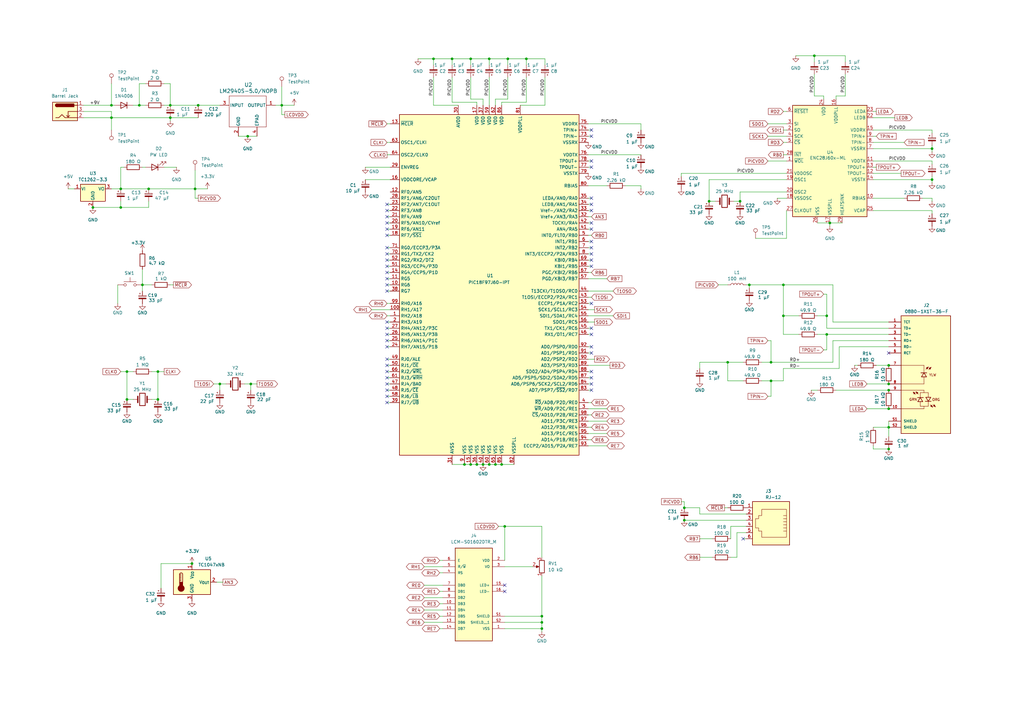
<source format=kicad_sch>
(kicad_sch (version 20231120) (generator "eeschema") (generator_version "8.0")
  (paper "A3")
  (title_block (title "PICTEMPNET") (date "2024-12-06") (company "BME - Mechatronika, Optika és Gépészeti Informatika Tanszék") (comment 1 "Mikrovezérlők alkalmazása - BMEGEMIBMMV") (comment 3 "Dobondi-Reisz Mendel - C8GJJW") (comment 4 "Vadász Benedek - FR2CRM"))
  (lib_symbols
    (symbol "08B0-1X1T-36-F:08B0-1X1T-36-F" (pin_names (offset 1.016))
      (property "Reference" "J1" (at 0.254 27.178 0))
      (property "Value" "08B0-1X1T-36-F" (at 0.254 24.638 0))
      (symbol "08B0-1X1T-36-F_0_0"
        (text "GRN" (at -6.858 -11.43 0) (effects (font (size 1.016 1.016)) (justify left)))
        (text "ORG" (at 2.54 -10.922 0) (effects (font (size 1.016 1.016)) (justify left top)))
        (text "YLW" (at 1.27 -0.762 0) (effects (font (size 1.016 1.016)) (justify left top)))
        (pin passive line (at -15.24 20.32 0) (length 5.08) (name "TCT") (number "1"))
        (pin passive line (at -15.24 -15.24 0) (length 5.08) (name "~") (number "10"))
        (pin passive line (at -15.24 17.78 0) (length 5.08) (name "TD+") (number "2"))
        (pin passive line (at -15.24 15.24 0) (length 5.08) (name "TD-") (number "3"))
        (pin passive line (at -15.24 12.7 0) (length 5.08) (name "RD+") (number "4"))
        (pin passive line (at -15.24 10.16 0) (length 5.08) (name "RD-") (number "5"))
        (pin passive line (at -15.24 7.62 0) (length 5.08) (name "RCT") (number "6"))
        (pin passive line (at -15.24 2.54 0) (length 5.08) (name "~") (number "7"))
        (pin passive line (at -15.24 -5.08 0) (length 5.08) (name "~") (number "8"))
        (pin passive line (at -15.24 -7.62 0) (length 5.08) (name "~") (number "9"))
        (pin passive line (at -15.24 -20.32 0) (length 5.08) (name "SHIELD") (number "S1"))
        (pin passive line (at -15.24 -22.86 0) (length 5.08) (name "SHIELD") (number "S2"))
      )
    )
    (symbol "2024-11-22_23-11-59:LM2940S-5.0_NOPB" (pin_names (offset 0.254))
      (property "Reference" "U2" (at 45.974 -1.778 0))
      (property "Value" "LM2940S-5.0/NOPB" (at 45.974 -4.318 0))
      (symbol "LM2940S-5.0_NOPB_0_1"
        (pin output line (at 57.15 -10.16 180) (length 3.81) (name "OUTPUT") (number "1"))
        (pin power_in line (at 41.91 -22.86 90) (length 3.81) (name "GND") (number "2"))
        (pin input line (at 34.29 -10.16 0) (length 3.81) (name "INPUT") (number "3"))
      )
      (symbol "LM2940S-5.0_NOPB_1_1"
        (pin unspecified line (at 49.53 -22.86 90) (length 3.81) (name "EPAD") (number "4"))
      )
    )
    (symbol "Connector:6P6C" (pin_names (offset 1.016))
      (property "Reference" "J" (at -5.08 11.43 0))
      (property "Value" "6P6C" (at 2.54 11.43 0))
      (symbol "6P6C_1_1"
        (pin passive line (at 10.16 -5.08 180) (length 2.54) (name "~") (number "1"))
        (pin passive line (at 10.16 -2.54 180) (length 2.54) (name "~") (number "2"))
        (pin passive line (at 10.16 0 180) (length 2.54) (name "~") (number "3"))
        (pin passive line (at 10.16 2.54 180) (length 2.54) (name "~") (number "4"))
        (pin passive line (at 10.16 5.08 180) (length 2.54) (name "~") (number "5"))
        (pin passive line (at 10.16 7.62 180) (length 2.54) (name "~") (number "6"))
      )
    )
    (symbol "Connector:Barrel_Jack_Switch" (pin_names hide)
      (property "Reference" "J" (at 0 5.334 0))
      (property "Value" "Barrel_Jack_Switch" (at 0 -5.08 0))
      (symbol "Barrel_Jack_Switch_1_1"
        (pin passive line (at 7.62 2.54 180) (length 2.54) (name "~") (number "1"))
        (pin passive line (at 7.62 -2.54 180) (length 2.54) (name "~") (number "2"))
        (pin passive line (at 7.62 0 180) (length 2.54) (name "~") (number "3"))
      )
    )
    (symbol "Connector:TestPoint" (pin_numbers hide) (pin_names (offset 0.762) hide)
      (property "Reference" "TP" (at 0 6.858 0))
      (property "Value" "TestPoint" (at 0 5.08 0))
      (symbol "TestPoint_1_1"
        (pin passive line (at 0 0 90) (length 2.54) (name "1") (number "1"))
      )
    )
    (symbol "Device:C_Polarized_Small" (pin_numbers hide) (pin_names (offset 0.254) hide)
      (property "Reference" "C" (at 0.254 1.778 0))
      (property "Value" "C_Polarized_Small" (at 0.254 -2.032 0))
      (symbol "C_Polarized_Small_1_1"
        (pin passive line (at 0 2.54 270) (length 1.8542) (name "~") (number "1"))
        (pin passive line (at 0 -2.54 90) (length 1.8542) (name "~") (number "2"))
      )
    )
    (symbol "Device:Crystal" (pin_numbers hide) (pin_names (offset 1.016) hide)
      (property "Reference" "Y" (at 0 3.81 0))
      (property "Value" "Crystal" (at 0 -3.81 0))
      (symbol "Crystal_1_1"
        (pin passive line (at -3.81 0 0) (length 1.27) (name "1") (number "1"))
        (pin passive line (at 3.81 0 180) (length 1.27) (name "2") (number "2"))
      )
    )
    (symbol "Device:L" (pin_numbers hide) (pin_names (offset 1.016) hide)
      (property "Reference" "L" (at -1.27 0 90))
      (property "Value" "L" (at 1.905 0 90))
      (symbol "L_1_1"
        (pin passive line (at 0 3.81 270) (length 1.27) (name "1") (number "1"))
        (pin passive line (at 0 -3.81 90) (length 1.27) (name "2") (number "2"))
      )
    )
    (symbol "Device:LED" (pin_numbers hide) (pin_names (offset 1.016) hide)
      (property "Reference" "D" (at 0 2.54 0))
      (property "Value" "LED" (at 0 -2.54 0))
      (symbol "LED_1_1"
        (pin passive line (at -3.81 0 0) (length 2.54) (name "K") (number "1"))
        (pin passive line (at 3.81 0 180) (length 2.54) (name "A") (number "2"))
      )
    )
    (symbol "Device:R" (pin_numbers hide) (pin_names (offset 0))
      (property "Reference" "R" (at 2.032 0 90))
      (property "Value" "R" (at 0 0 90))
      (symbol "R_1_1"
        (pin passive line (at 0 3.81 270) (length 1.27) (name "~") (number "1"))
        (pin passive line (at 0 -3.81 90) (length 1.27) (name "~") (number "2"))
      )
    )
    (symbol "Device:R_Potentiometer" (pin_names (offset 1.016) hide)
      (property "Reference" "RV" (at -4.445 0 90))
      (property "Value" "R_Potentiometer" (at -2.54 0 90))
      (symbol "R_Potentiometer_1_1"
        (pin passive line (at 0 3.81 270) (length 1.27) (name "1") (number "1"))
        (pin passive line (at 3.81 0 180) (length 1.27) (name "2") (number "2"))
        (pin passive line (at 0 -3.81 90) (length 1.27) (name "3") (number "3"))
      )
    )
    (symbol "Diode:1N4006" (pin_numbers hide) (pin_names hide)
      (property "Reference" "D" (at 0 2.54 0))
      (property "Value" "1N4006" (at 0 -2.54 0))
      (symbol "1N4006_1_1"
        (pin passive line (at -3.81 0 0) (length 2.54) (name "K") (number "1"))
        (pin passive line (at 3.81 0 180) (length 2.54) (name "A") (number "2"))
      )
    )
    (symbol "Interface_Ethernet:ENC28J60x-ML"
      (property "Reference" "U4" (at -1.27 3.556 0))
      (property "Value" "ENC28J60x-ML" (at -8.2199 1.27 0))
      (symbol "ENC28J60x-ML_1_1"
        (pin output line (at -17.78 0 0) (length 2.54) (name "~{WOL}") (number "1"))
        (pin input line (at 17.78 -15.24 180) (length 2.54) (name "RBIAS") (number "10"))
        (pin power_in line (at 17.78 0 180) (length 2.54) (name "VDDTX") (number "11"))
        (pin output line (at 17.78 -5.08 180) (length 2.54) (name "TPOUT-") (number "12"))
        (pin output line (at 17.78 -2.54 180) (length 2.54) (name "TPOUT+") (number "13"))
        (pin power_out line (at 17.78 -7.62 180) (length 2.54) (name "VSSTX") (number "14"))
        (pin power_in line (at 17.78 12.7 180) (length 2.54) (name "VDDRX") (number "15"))
        (pin power_in line (at 2.54 25.4 270) (length 2.54) (name "VDDPLL") (number "16"))
        (pin power_in line (at 0 -25.4 90) (length 2.54) (name "VSSPLL") (number "17"))
        (pin power_in line (at -17.78 -15.24 0) (length 2.54) (name "VSSOSC") (number "18"))
        (pin input line (at -17.78 -7.62 0) (length 2.54) (name "OSC1") (number "19"))
        (pin output line (at -17.78 12.7 0) (length 2.54) (name "SO") (number "2"))
        (pin output line (at -17.78 -12.7 0) (length 2.54) (name "OSC2") (number "20"))
        (pin power_in line (at -17.78 -5.08 0) (length 2.54) (name "VDDOSC") (number "21"))
        (pin output line (at 17.78 17.78 180) (length 2.54) (name "LEDB") (number "22"))
        (pin output line (at 17.78 20.32 180) (length 2.54) (name "LEDA") (number "23"))
        (pin power_in line (at -2.54 25.4 270) (length 2.54) (name "VDD") (number "24"))
        (pin input line (at 17.78 -20.32 180) (length 2.54) (name "VCAP") (number "25"))
        (pin power_in line (at -5.08 -25.4 90) (length 2.54) (name "VSS") (number "26"))
        (pin output line (at -17.78 -20.32 0) (length 2.54) (name "CLKOUT") (number "27"))
        (pin output line (at -17.78 2.54 0) (length 2.54) (name "~{INT}") (number "28"))
        (pin power_in line (at 5.08 -25.4 90) (length 2.54) (name "HEATSINK") (number "29"))
        (pin input line (at -17.78 15.24 0) (length 2.54) (name "SI") (number "3"))
        (pin input line (at -17.78 10.16 0) (length 2.54) (name "SCK") (number "4"))
        (pin input line (at -17.78 7.62 0) (length 2.54) (name "~{CS}") (number "5"))
        (pin input line (at -17.78 20.32 0) (length 2.54) (name "~{RESET}") (number "6"))
        (pin power_out line (at 17.78 5.08 180) (length 2.54) (name "VSSRX") (number "7"))
        (pin input line (at 17.78 7.62 180) (length 2.54) (name "TPIN-") (number "8"))
        (pin input line (at 17.78 10.16 180) (length 2.54) (name "TPIN+") (number "9"))
      )
    )
    (symbol "LCM-S01602DTR_M:LCM-S01602DTR_M" (pin_names (offset 1.016))
      (property "Reference" "J4" (at 0 22.86 0))
      (property "Value" "LCM-S01602DTR_M" (at 0 20.32 0))
      (symbol "LCM-S01602DTR_M_0_0"
        (pin power_in line (at 12.7 -15.24 180) (length 5.08) (name "VSS") (number "1"))
        (pin bidirectional line (at -12.7 -5.08 0) (length 5.08) (name "DB3") (number "10"))
        (pin bidirectional line (at -12.7 -7.62 0) (length 5.08) (name "DB4") (number "11"))
        (pin bidirectional line (at -12.7 -10.16 0) (length 5.08) (name "DB5") (number "12"))
        (pin bidirectional line (at -12.7 -12.7 0) (length 5.08) (name "DB6") (number "13"))
        (pin bidirectional line (at -12.7 -15.24 0) (length 5.08) (name "DB7") (number "14"))
        (pin power_in line (at 12.7 12.7 180) (length 5.08) (name "VDD") (number "2"))
        (pin passive line (at 12.7 10.16 180) (length 5.08) (name "VO") (number "3"))
        (pin input line (at -12.7 7.62 0) (length 5.08) (name "RS") (number "4"))
        (pin input line (at -12.7 10.16 0) (length 5.08) (name "R/~{W}") (number "5"))
        (pin input line (at -12.7 12.7 0) (length 5.08) (name "E") (number "6"))
        (pin bidirectional line (at -12.7 2.54 0) (length 5.08) (name "DB0") (number "7"))
        (pin bidirectional line (at -12.7 0 0) (length 5.08) (name "DB1") (number "8"))
        (pin bidirectional line (at -12.7 -2.54 0) (length 5.08) (name "DB2") (number "9"))
        (pin passive line (at 12.7 -10.16 180) (length 5.08) (name "SHIELD") (number "S1"))
        (pin passive line (at 12.7 -12.7 180) (length 5.08) (name "SHIELD__1") (number "S2"))
      )
      (symbol "LCM-S01602DTR_M_1_0"
        (pin bidirectional line (at 12.7 2.54 180) (length 5.08) (name "LED+") (number "15"))
        (pin bidirectional line (at 12.7 0 180) (length 5.08) (name "LED-") (number "16"))
      )
    )
    (symbol "MCU_Microchip_PIC18:PIC18F97J60-IPT"
      (property "Reference" "U1" (at -1.016 3.81 0))
      (property "Value" "PIC18F97J60-IPT" (at -8.636 1.016 0))
      (symbol "PIC18F97J60-IPT_1_1"
        (pin bidirectional line (at -40.64 -12.7 0) (length 3.81) (name "RH2/A18") (number "1"))
        (pin bidirectional line (at -40.64 0 0) (length 3.81) (name "RG6") (number "10"))
        (pin bidirectional line (at -40.64 -10.16 0) (length 3.81) (name "RH1/A17") (number "100"))
        (pin bidirectional line (at -40.64 2.54 0) (length 3.81) (name "RG5") (number "11"))
        (pin bidirectional line (at -40.64 38.1 0) (length 3.81) (name "RF0/AN5") (number "12"))
        (pin input line (at -40.64 66.04 0) (length 3.81) (name "~{MCLR}") (number "13"))
        (pin bidirectional line (at -40.64 5.08 0) (length 3.81) (name "RG4/CCP5/P1D") (number "14"))
        (pin power_in line (at -7.62 -73.66 90) (length 3.81) (name "VSS") (number "15"))
        (pin passive line (at -40.64 43.18 0) (length 3.81) (name "VDDCORE/VCAP") (number "16"))
        (pin power_in line (at -5.08 73.66 270) (length 3.81) (name "VDD") (number "17"))
        (pin bidirectional line (at -40.64 20.32 0) (length 3.81) (name "RF7/~{SS1}") (number "18"))
        (pin bidirectional line (at -40.64 22.86 0) (length 3.81) (name "RF6/AN11") (number "19"))
        (pin bidirectional line (at -40.64 -15.24 0) (length 3.81) (name "RH3/A19") (number "2"))
        (pin bidirectional line (at -40.64 25.4 0) (length 3.81) (name "RF5/AN10/CVref") (number "20"))
        (pin bidirectional line (at -40.64 27.94 0) (length 3.81) (name "RF4/AN9") (number "21"))
        (pin bidirectional line (at -40.64 30.48 0) (length 3.81) (name "RF3/AN8") (number "22"))
        (pin bidirectional line (at -40.64 33.02 0) (length 3.81) (name "RF2/AN7/C1OUT") (number "23"))
        (pin bidirectional line (at -40.64 -25.4 0) (length 3.81) (name "RH7/AN15/P1B") (number "24"))
        (pin bidirectional line (at -40.64 -22.86 0) (length 3.81) (name "RH6/AN14/P1C") (number "25"))
        (pin bidirectional line (at -40.64 -20.32 0) (length 3.81) (name "RH5/AN13/P3B") (number "26"))
        (pin bidirectional line (at -40.64 -17.78 0) (length 3.81) (name "RH4/AN12/P3C") (number "27"))
        (pin bidirectional line (at -40.64 35.56 0) (length 3.81) (name "RF1/AN6/C2OUT") (number "28"))
        (pin passive line (at -40.64 48.26 0) (length 3.81) (name "ENVREG") (number "29"))
        (pin bidirectional line (at 40.64 -50.8 180) (length 3.81) (name "~{WR}/AD9/P2C/RE1") (number "3"))
        (pin power_in line (at -12.7 73.66 270) (length 3.81) (name "AVDD") (number "30"))
        (pin power_in line (at -15.24 -73.66 90) (length 3.81) (name "AVSS") (number "31"))
        (pin bidirectional line (at 40.64 27.94 180) (length 3.81) (name "Vref+/AN3/RA3") (number "32"))
        (pin bidirectional line (at 40.64 30.48 180) (length 3.81) (name "Vref-/AN2/RA2") (number "33"))
        (pin bidirectional line (at 40.64 33.02 180) (length 3.81) (name "LEDB/AN1/RA1") (number "34"))
        (pin bidirectional line (at 40.64 35.56 180) (length 3.81) (name "LEDA/AN0/RA0") (number "35"))
        (pin power_in line (at -5.08 -73.66 90) (length 3.81) (name "VSS") (number "36"))
        (pin power_in line (at -2.54 73.66 270) (length 3.81) (name "VDD") (number "37"))
        (pin bidirectional line (at -40.64 -2.54 0) (length 3.81) (name "RG7") (number "38"))
        (pin bidirectional line (at -40.64 -48.26 0) (length 3.81) (name "RJ7/~{UB}") (number "39"))
        (pin bidirectional line (at 40.64 -48.26 180) (length 3.81) (name "~{RD}/AD8/P2D/RE0") (number "4"))
        (pin power_in line (at -2.54 -73.66 90) (length 3.81) (name "VSS") (number "40"))
        (pin bidirectional line (at 40.64 22.86 180) (length 3.81) (name "AN4/RA5") (number "41"))
        (pin bidirectional line (at 40.64 25.4 180) (length 3.81) (name "TOCKI/RA4") (number "42"))
        (pin bidirectional line (at 40.64 -5.08 180) (length 3.81) (name "T1OSI/ECCP2/P2A/RC1") (number "43"))
        (pin bidirectional line (at 40.64 -2.54 180) (length 3.81) (name "T13CKI/T1OSO/RC0") (number "44"))
        (pin bidirectional line (at 40.64 -17.78 180) (length 3.81) (name "TX1/CK1/RC6") (number "45"))
        (pin bidirectional line (at 40.64 -20.32 180) (length 3.81) (name "RX1/DT1/RC7") (number "46"))
        (pin bidirectional line (at -40.64 -40.64 0) (length 3.81) (name "RJ4/BA0") (number "47"))
        (pin bidirectional line (at -40.64 -43.18 0) (length 3.81) (name "RJ5/~{CE}") (number "48"))
        (pin bidirectional line (at -40.64 -30.48 0) (length 3.81) (name "RJ0/ALE") (number "49"))
        (pin bidirectional line (at 40.64 20.32 180) (length 3.81) (name "INT0/FLT0/RB0") (number "5"))
        (pin bidirectional line (at -40.64 -33.02 0) (length 3.81) (name "RJ1/~{OE}") (number "50"))
        (pin bidirectional line (at -40.64 7.62 0) (length 3.81) (name "RG3/CCP4/P3D") (number "51"))
        (pin bidirectional line (at -40.64 10.16 0) (length 3.81) (name "RG2/RX2/DT2") (number "52"))
        (pin bidirectional line (at 40.64 -7.62 180) (length 3.81) (name "ECCP1/P1A/RC2") (number "53"))
        (pin bidirectional line (at 40.64 -10.16 180) (length 3.81) (name "SCK1/SCL1/RC3") (number "54"))
        (pin bidirectional line (at 40.64 -12.7 180) (length 3.81) (name "SDI1/SDA1/RC4") (number "55"))
        (pin bidirectional line (at 40.64 -15.24 180) (length 3.81) (name "SDO1/RC5") (number "56"))
        (pin bidirectional line (at 40.64 2.54 180) (length 3.81) (name "PGD/KBI3/RB7") (number "57"))
        (pin bidirectional line (at -40.64 -45.72 0) (length 3.81) (name "RJ6/~{LB}") (number "58"))
        (pin power_in line (at 0 73.66 270) (length 3.81) (name "VDD") (number "59"))
        (pin bidirectional line (at 40.64 17.78 180) (length 3.81) (name "INT1/RB1") (number "6"))
        (pin power_in line (at 0 -73.66 90) (length 3.81) (name "VSS") (number "60"))
        (pin bidirectional line (at -40.64 -38.1 0) (length 3.81) (name "RJ3/~{WRH}") (number "61"))
        (pin power_in line (at 2.54 73.66 270) (length 3.81) (name "VDD") (number "62"))
        (pin input line (at -40.64 58.42 0) (length 3.81) (name "OSC1/CLKI") (number "63"))
        (pin output line (at -40.64 53.34 0) (length 3.81) (name "OSC2/CLK0") (number "64"))
        (pin power_in line (at 2.54 -73.66 90) (length 3.81) (name "VSS") (number "65"))
        (pin bidirectional line (at -40.64 -35.56 0) (length 3.81) (name "RJ2/~{WRL}") (number "66"))
        (pin bidirectional line (at 40.64 5.08 180) (length 3.81) (name "PGC/KBI2/RB6") (number "67"))
        (pin bidirectional line (at 40.64 7.62 180) (length 3.81) (name "KBI1/RB5") (number "68"))
        (pin bidirectional line (at 40.64 10.16 180) (length 3.81) (name "KBI0/RB4") (number "69"))
        (pin bidirectional line (at 40.64 15.24 180) (length 3.81) (name "INT2/RB2") (number "7"))
        (pin bidirectional line (at -40.64 12.7 0) (length 3.81) (name "RG1/TX2/CK2") (number "70"))
        (pin bidirectional line (at -40.64 15.24 0) (length 3.81) (name "RG0/ECCP3/P3A") (number "71"))
        (pin power_in line (at 40.64 58.42 180) (length 3.81) (name "VSSRX") (number "72"))
        (pin passive line (at 40.64 60.96 180) (length 3.81) (name "TPIN-") (number "73"))
        (pin passive line (at 40.64 63.5 180) (length 3.81) (name "TPIN+") (number "74"))
        (pin power_in line (at 40.64 66.04 180) (length 3.81) (name "VDDRX") (number "75"))
        (pin power_in line (at 40.64 53.34 180) (length 3.81) (name "VDDTX") (number "76"))
        (pin passive line (at 40.64 48.26 180) (length 3.81) (name "TPOUT-") (number "77"))
        (pin passive line (at 40.64 50.8 180) (length 3.81) (name "TP0UT+") (number "78"))
        (pin power_in line (at 40.64 45.72 180) (length 3.81) (name "VSSTX") (number "79"))
        (pin bidirectional line (at 40.64 12.7 180) (length 3.81) (name "INT3/ECCP2/P2A/RB3") (number "8"))
        (pin passive line (at 40.64 40.64 180) (length 3.81) (name "RBIAS") (number "80"))
        (pin power_in line (at 12.7 73.66 270) (length 3.81) (name "VDDPLL") (number "81"))
        (pin power_in line (at 10.16 -73.66 90) (length 3.81) (name "VSSPLL") (number "82"))
        (pin bidirectional line (at 40.64 -43.18 180) (length 3.81) (name "AD7/PSP7/~{SS2}/RD7") (number "83"))
        (pin bidirectional line (at 40.64 -40.64 180) (length 3.81) (name "AD6/PSP6/SCK2/SCL2/RD6") (number "84"))
        (pin power_in line (at 5.08 -73.66 90) (length 3.81) (name "VSS") (number "85"))
        (pin power_in line (at 5.08 73.66 270) (length 3.81) (name "VDD") (number "86"))
        (pin bidirectional line (at 40.64 -38.1 180) (length 3.81) (name "AD5/PSP5/SDI2/SDA2/RD5") (number "87"))
        (pin bidirectional line (at 40.64 -35.56 180) (length 3.81) (name "SD02/AD4/PSP4/RD4") (number "88"))
        (pin bidirectional line (at 40.64 -33.02 180) (length 3.81) (name "AD3/PSP3/RD3") (number "89"))
        (pin no_connect line (at -20.32 -69.85 90) (length 3.81) hide (name "NC") (number "9"))
        (pin power_in line (at -10.16 -73.66 90) (length 3.81) (name "VSS") (number "9"))
        (pin bidirectional line (at 40.64 -30.48 180) (length 3.81) (name "AD2/PSP2/RD2") (number "90"))
        (pin bidirectional line (at 40.64 -27.94 180) (length 3.81) (name "AD1/PSP1/RD1") (number "91"))
        (pin bidirectional line (at 40.64 -25.4 180) (length 3.81) (name "AD0/PSP0/RD0") (number "92"))
        (pin bidirectional line (at 40.64 -66.04 180) (length 3.81) (name "ECCP2/AD15/P2A/RE7") (number "93"))
        (pin bidirectional line (at 40.64 -63.5 180) (length 3.81) (name "AD14/P1B/RE6") (number "94"))
        (pin bidirectional line (at 40.64 -60.96 180) (length 3.81) (name "AD13/P1C/RE5") (number "95"))
        (pin bidirectional line (at 40.64 -58.42 180) (length 3.81) (name "AD12/P3B/RE4") (number "96"))
        (pin bidirectional line (at 40.64 -55.88 180) (length 3.81) (name "AD11/P3C/RE3") (number "97"))
        (pin bidirectional line (at 40.64 -53.34 180) (length 3.81) (name "~{CS}/AD10/P2B/RE2") (number "98"))
        (pin bidirectional line (at -40.64 -7.62 0) (length 3.81) (name "RH0/A16") (number "99"))
      )
    )
    (symbol "Regulator_Linear:TC1262-33" (pin_names (offset 0.254))
      (property "Reference" "U" (at -3.81 3.175 0))
      (property "Value" "TC1262-33" (at 0 3.175 0))
      (symbol "TC1262-33_1_1"
        (pin power_in line (at -7.62 0 0) (length 2.54) (name "VI") (number "1"))
        (pin power_in line (at 0 -7.62 90) (length 2.54) (name "GND") (number "2"))
        (pin power_out line (at 7.62 0 180) (length 2.54) (name "VO") (number "3"))
      )
    )
    (symbol "Sensor_Temperature:TC1047xNB"
      (property "Reference" "U" (at -6.35 6.35 0))
      (property "Value" "TC1047xNB" (at 1.27 6.35 0))
      (symbol "TC1047xNB_1_1"
        (pin power_in line (at 0 7.62 270) (length 2.54) (name "V_{DD}") (number "1"))
        (pin output line (at 10.16 0 180) (length 2.54) (name "V_{OUT}") (number "2"))
        (pin power_in line (at 0 -7.62 90) (length 2.54) (name "GND") (number "3"))
      )
    )
    (symbol "Switch:SW_Push" (pin_numbers hide) (pin_names (offset 1.016) hide)
      (property "Reference" "SW" (at 1.27 2.54 0))
      (property "Value" "SW_Push" (at 0 -1.524 0))
      (symbol "SW_Push_0_1"
        (pin passive line (at -5.08 0 0) (length 2.54) (name "1") (number "1"))
        (pin passive line (at 5.08 0 180) (length 2.54) (name "2") (number "2"))
      )
    )
    (symbol "power:+3.3V" (power) (pin_numbers hide) (pin_names (offset 0) hide)
      (property "Value" "+3.3V" (at 0 3.556 0))
      (symbol "+3.3V_1_1"
        (pin power_in line (at 0 0 90) (length 0) (name "~") (number "1"))
      )
    )
    (symbol "power:+5V" (power) (pin_numbers hide) (pin_names (offset 0) hide)
      (property "Value" "+5V" (at 0 3.556 0))
      (symbol "+5V_1_1"
        (pin power_in line (at 0 0 90) (length 0) (name "~") (number "1"))
      )
    )
    (symbol "power:GND" (power) (pin_numbers hide) (pin_names (offset 0) hide)
      (property "Value" "GND" (at 0 -3.81 0))
      (symbol "GND_1_1"
        (pin power_in line (at 0 0 270) (length 0) (name "~") (number "1"))
      )
    )
  )
  (junction (at 382.27 73.66))
  (junction (at 45.72 43.18))
  (junction (at 321.31 116.84))
  (junction (at 101.6 55.88))
  (junction (at 185.42 24.13))
  (junction (at 215.9 24.13))
  (junction (at 222.25 252.73))
  (junction (at 290.83 82.55))
  (junction (at 208.28 24.13))
  (junction (at 78.74 231.14))
  (junction (at 177.8 24.13))
  (junction (at 340.36 91.44))
  (junction (at 382.27 60.96))
  (junction (at 45.72 48.26))
  (junction (at 205.74 190.5))
  (junction (at 64.77 163.83))
  (junction (at 303.53 82.55))
  (junction (at 316.23 156.21))
  (junction (at 49.53 77.47))
  (junction (at 80.01 77.47))
  (junction (at 198.12 190.5))
  (junction (at 203.2 190.5))
  (junction (at 69.85 48.26))
  (junction (at 90.17 157.48))
  (junction (at 364.49 184.15))
  (junction (at 52.07 163.83))
  (junction (at 339.09 137.16))
  (junction (at 339.09 129.54))
  (junction (at 193.04 24.13))
  (junction (at 222.25 257.81))
  (junction (at 364.49 175.26))
  (junction (at 102.87 157.48))
  (junction (at 280.67 208.28))
  (junction (at 364.49 167.64))
  (junction (at 298.45 148.59))
  (junction (at 334.01 22.86))
  (junction (at 64.77 152.4))
  (junction (at 115.57 43.18))
  (junction (at 280.67 213.36))
  (junction (at 222.25 255.27))
  (junction (at 193.04 190.5))
  (junction (at 81.28 43.18))
  (junction (at 200.66 190.5))
  (junction (at 364.49 149.86))
  (junction (at 364.49 160.02))
  (junction (at 38.1 85.09))
  (junction (at 200.66 24.13))
  (junction (at 69.85 43.18))
  (junction (at 60.96 77.47))
  (junction (at 195.58 190.5))
  (junction (at 190.5 190.5))
  (junction (at 58.42 116.84))
  (junction (at 321.31 129.54))
  (junction (at 364.49 157.48))
  (junction (at 49.53 85.09))
  (junction (at 307.34 116.84))
  (junction (at 316.23 148.59))
  (junction (at 57.15 43.18))
  (junction (at 52.07 152.4))
  (junction (at 207.01 215.9))
  (no_connect (at 158.75 106.68))
  (no_connect (at 158.75 91.44))
  (no_connect (at 158.75 104.14))
  (no_connect (at 242.57 86.36))
  (no_connect (at 158.75 116.84))
  (no_connect (at 158.75 86.36))
  (no_connect (at 158.75 152.4))
  (no_connect (at 242.57 152.4))
  (no_connect (at 158.75 160.02))
  (no_connect (at 158.75 147.32))
  (no_connect (at 242.57 83.82))
  (no_connect (at 242.57 144.78))
  (no_connect (at 158.75 154.94))
  (no_connect (at 158.75 119.38))
  (no_connect (at 242.57 157.48))
  (no_connect (at 242.57 101.6))
  (no_connect (at 304.8 220.98))
  (no_connect (at 242.57 68.58))
  (no_connect (at 242.57 137.16))
  (no_connect (at 158.75 111.76))
  (no_connect (at 158.75 142.24))
  (no_connect (at 207.01 242.57))
  (no_connect (at 158.75 134.62))
  (no_connect (at 242.57 109.22))
  (no_connect (at 158.75 132.08))
  (no_connect (at 158.75 101.6))
  (no_connect (at 242.57 106.68))
  (no_connect (at 242.57 160.02))
  (no_connect (at 158.75 93.98))
  (no_connect (at 158.75 109.22))
  (no_connect (at 242.57 104.14))
  (no_connect (at 158.75 96.52))
  (no_connect (at 158.75 139.7))
  (no_connect (at 242.57 66.04))
  (no_connect (at 242.57 124.46))
  (no_connect (at 242.57 81.28))
  (no_connect (at 158.75 149.86))
  (no_connect (at 242.57 142.24))
  (no_connect (at 158.75 137.16))
  (no_connect (at 158.75 88.9))
  (no_connect (at 242.57 91.44))
  (no_connect (at 158.75 162.56))
  (no_connect (at 242.57 53.34))
  (no_connect (at 242.57 55.88))
  (no_connect (at 207.01 240.03))
  (no_connect (at 242.57 154.94))
  (no_connect (at 158.75 83.82))
  (no_connect (at 242.57 99.06))
  (no_connect (at 158.75 114.3))
  (no_connect (at 242.57 93.98))
  (no_connect (at 242.57 134.62))
  (no_connect (at 364.49 144.78))
  (no_connect (at 158.75 157.48))
  (no_connect (at 158.75 165.1))
  (wire (pts (xy 180.34 252.73) (xy 181.61 252.73)))
  (wire (pts (xy 241.3 149.86) (xy 250.19 149.86)))
  (wire (pts (xy 242.57 160.02) (xy 241.3 160.02)))
  (wire (pts (xy 321.31 137.16) (xy 321.31 129.54)))
  (wire (pts (xy 321.31 116.84) (xy 321.31 129.54)))
  (wire (pts (xy 60.96 82.55) (xy 60.96 85.09)))
  (wire (pts (xy 322.58 97.79) (xy 309.88 97.79)))
  (wire (pts (xy 158.75 50.8) (xy 160.02 50.8)))
  (wire (pts (xy 321.31 129.54) (xy 327.66 129.54)))
  (wire (pts (xy 45.72 77.47) (xy 49.53 77.47)))
  (wire (pts (xy 60.96 77.47) (xy 80.01 77.47)))
  (wire (pts (xy 69.85 34.29) (xy 69.85 43.18)))
  (wire (pts (xy 306.07 116.84) (xy 307.34 116.84)))
  (wire (pts (xy 316.23 139.7) (xy 316.23 148.59)))
  (wire (pts (xy 54.61 43.18) (xy 57.15 43.18)))
  (wire (pts (xy 58.42 68.58) (xy 59.69 68.58)))
  (wire (pts (xy 358.14 175.26) (xy 364.49 175.26)))
  (wire (pts (xy 158.75 106.68) (xy 160.02 106.68)))
  (wire (pts (xy 314.96 50.8) (xy 322.58 50.8)))
  (wire (pts (xy 180.34 229.87) (xy 181.61 229.87)))
  (wire (pts (xy 90.17 160.02) (xy 90.17 157.48)))
  (wire (pts (xy 158.75 109.22) (xy 160.02 109.22)))
  (wire (pts (xy 102.87 160.02) (xy 102.87 157.48)))
  (wire (pts (xy 158.75 162.56) (xy 160.02 162.56)))
  (wire (pts (xy 213.36 43.18) (xy 223.52 43.18)))
  (wire (pts (xy 190.5 190.5) (xy 193.04 190.5)))
  (wire (pts (xy 303.53 78.74) (xy 303.53 82.55)))
  (wire (pts (xy 241.3 177.8) (xy 248.92 177.8)))
  (wire (pts (xy 158.75 104.14) (xy 160.02 104.14)))
  (wire (pts (xy 242.57 66.04) (xy 241.3 66.04)))
  (wire (pts (xy 341.63 148.59) (xy 341.63 139.7)))
  (wire (pts (xy 198.12 40.64) (xy 198.12 43.18)))
  (wire (pts (xy 158.75 111.76) (xy 160.02 111.76)))
  (wire (pts (xy 207.01 215.9) (xy 207.01 229.87)))
  (wire (pts (xy 358.14 86.36) (xy 382.27 86.36)))
  (wire (pts (xy 207.01 215.9) (xy 222.25 215.9)))
  (wire (pts (xy 81.28 81.28) (xy 80.01 81.28)))
  (wire (pts (xy 173.99 245.11) (xy 181.61 245.11)))
  (wire (pts (xy 358.14 66.04) (xy 382.27 66.04)))
  (wire (pts (xy 208.28 24.13) (xy 208.28 26.67)))
  (wire (pts (xy 242.57 109.22) (xy 241.3 109.22)))
  (wire (pts (xy 115.57 35.56) (xy 115.57 43.18)))
  (wire (pts (xy 290.83 73.66) (xy 290.83 82.55)))
  (wire (pts (xy 334.01 22.86) (xy 334.01 25.4)))
  (wire (pts (xy 158.75 139.7) (xy 160.02 139.7)))
  (wire (pts (xy 382.27 81.28) (xy 382.27 82.55)))
  (wire (pts (xy 382.27 60.96) (xy 382.27 59.69)))
  (wire (pts (xy 67.31 34.29) (xy 69.85 34.29)))
  (wire (pts (xy 242.57 86.36) (xy 241.3 86.36)))
  (wire (pts (xy 80.01 69.85) (xy 80.01 77.47)))
  (wire (pts (xy 200.66 24.13) (xy 208.28 24.13)))
  (wire (pts (xy 49.53 85.09) (xy 38.1 85.09)))
  (wire (pts (xy 34.29 45.72) (xy 45.72 45.72)))
  (wire (pts (xy 382.27 54.61) (xy 382.27 53.34)))
  (wire (pts (xy 287.02 151.13) (xy 287.02 148.59)))
  (wire (pts (xy 242.57 91.44) (xy 241.3 91.44)))
  (wire (pts (xy 80.01 77.47) (xy 80.01 81.28)))
  (wire (pts (xy 335.28 137.16) (xy 339.09 137.16)))
  (wire (pts (xy 60.96 85.09) (xy 49.53 85.09)))
  (wire (pts (xy 81.28 43.18) (xy 90.17 43.18)))
  (wire (pts (xy 241.3 119.38) (xy 251.46 119.38)))
  (wire (pts (xy 102.87 157.48) (xy 105.41 157.48)))
  (wire (pts (xy 316.23 162.56) (xy 316.23 156.21)))
  (wire (pts (xy 382.27 72.39) (xy 382.27 73.66)))
  (wire (pts (xy 58.42 116.84) (xy 58.42 119.38)))
  (wire (pts (xy 350.52 149.86) (xy 351.79 149.86)))
  (wire (pts (xy 207.01 255.27) (xy 222.25 255.27)))
  (wire (pts (xy 339.09 134.62) (xy 339.09 129.54)))
  (wire (pts (xy 208.28 40.64) (xy 208.28 31.75)))
  (wire (pts (xy 215.9 41.91) (xy 215.9 31.75)))
  (wire (pts (xy 45.72 43.18) (xy 46.99 43.18)))
  (wire (pts (xy 262.89 50.8) (xy 241.3 50.8)))
  (wire (pts (xy 115.57 46.99) (xy 116.84 46.99)))
  (wire (pts (xy 177.8 24.13) (xy 185.42 24.13)))
  (wire (pts (xy 298.45 148.59) (xy 304.8 148.59)))
  (wire (pts (xy 342.9 39.37) (xy 342.9 40.64)))
  (wire (pts (xy 241.3 167.64) (xy 248.92 167.64)))
  (wire (pts (xy 256.54 76.2) (xy 262.89 76.2)))
  (wire (pts (xy 193.04 31.75) (xy 193.04 40.64)))
  (wire (pts (xy 242.57 83.82) (xy 241.3 83.82)))
  (wire (pts (xy 241.3 147.32) (xy 243.84 147.32)))
  (wire (pts (xy 49.53 68.58) (xy 49.53 77.47)))
  (wire (pts (xy 185.42 41.91) (xy 195.58 41.91)))
  (wire (pts (xy 335.28 129.54) (xy 339.09 129.54)))
  (wire (pts (xy 287.02 228.6) (xy 292.1 228.6)))
  (wire (pts (xy 222.25 236.22) (xy 222.25 252.73)))
  (wire (pts (xy 62.23 152.4) (xy 64.77 152.4)))
  (wire (pts (xy 321.31 53.34) (xy 322.58 53.34)))
  (wire (pts (xy 300.99 82.55) (xy 303.53 82.55)))
  (wire (pts (xy 334.01 39.37) (xy 337.82 39.37)))
  (wire (pts (xy 339.09 137.16) (xy 364.49 137.16)))
  (wire (pts (xy 193.04 40.64) (xy 198.12 40.64)))
  (wire (pts (xy 200.66 24.13) (xy 200.66 26.67)))
  (wire (pts (xy 287.02 148.59) (xy 298.45 148.59)))
  (wire (pts (xy 158.75 96.52) (xy 160.02 96.52)))
  (wire (pts (xy 378.46 81.28) (xy 382.27 81.28)))
  (wire (pts (xy 90.17 157.48) (xy 92.71 157.48)))
  (wire (pts (xy 242.57 101.6) (xy 241.3 101.6)))
  (wire (pts (xy 200.66 31.75) (xy 200.66 43.18)))
  (wire (pts (xy 97.79 55.88) (xy 101.6 55.88)))
  (wire (pts (xy 52.07 152.4) (xy 52.07 163.83)))
  (wire (pts (xy 279.4 71.12) (xy 279.4 72.39)))
  (wire (pts (xy 242.57 68.58) (xy 241.3 68.58)))
  (wire (pts (xy 223.52 24.13) (xy 223.52 26.67)))
  (wire (pts (xy 340.36 91.44) (xy 345.44 91.44)))
  (wire (pts (xy 321.31 116.84) (xy 341.63 116.84)))
  (wire (pts (xy 180.34 257.81) (xy 181.61 257.81)))
  (wire (pts (xy 48.26 116.84) (xy 48.26 124.46)))
  (wire (pts (xy 241.3 137.16) (xy 242.57 137.16)))
  (wire (pts (xy 57.15 43.18) (xy 59.69 43.18)))
  (wire (pts (xy 50.8 68.58) (xy 49.53 68.58)))
  (wire (pts (xy 71.12 116.84) (xy 69.85 116.84)))
  (wire (pts (xy 318.77 81.28) (xy 322.58 81.28)))
  (wire (pts (xy 242.57 142.24) (xy 241.3 142.24)))
  (wire (pts (xy 80.01 77.47) (xy 85.09 77.47)))
  (wire (pts (xy 316.23 148.59) (xy 341.63 148.59)))
  (wire (pts (xy 358.14 81.28) (xy 370.84 81.28)))
  (wire (pts (xy 314.96 162.56) (xy 316.23 162.56)))
  (wire (pts (xy 27.94 77.47) (xy 30.48 77.47)))
  (wire (pts (xy 195.58 190.5) (xy 198.12 190.5)))
  (wire (pts (xy 242.57 152.4) (xy 241.3 152.4)))
  (wire (pts (xy 222.25 255.27) (xy 222.25 257.81)))
  (wire (pts (xy 49.53 82.55) (xy 49.53 85.09)))
  (wire (pts (xy 341.63 132.08) (xy 364.49 132.08)))
  (wire (pts (xy 242.57 144.78) (xy 241.3 144.78)))
  (wire (pts (xy 193.04 190.5) (xy 195.58 190.5)))
  (wire (pts (xy 45.72 48.26) (xy 45.72 53.34)))
  (wire (pts (xy 158.75 132.08) (xy 160.02 132.08)))
  (wire (pts (xy 52.07 163.83) (xy 54.61 163.83)))
  (wire (pts (xy 307.34 116.84) (xy 321.31 116.84)))
  (wire (pts (xy 62.23 163.83) (xy 64.77 163.83)))
  (wire (pts (xy 342.9 160.02) (xy 364.49 160.02)))
  (wire (pts (xy 67.31 43.18) (xy 69.85 43.18)))
  (wire (pts (xy 115.57 43.18) (xy 115.57 46.99)))
  (wire (pts (xy 241.3 182.88) (xy 248.92 182.88)))
  (wire (pts (xy 241.3 172.72) (xy 248.92 172.72)))
  (wire (pts (xy 158.75 91.44) (xy 160.02 91.44)))
  (wire (pts (xy 158.75 154.94) (xy 160.02 154.94)))
  (wire (pts (xy 242.57 53.34) (xy 241.3 53.34)))
  (wire (pts (xy 355.6 157.48) (xy 364.49 157.48)))
  (wire (pts (xy 66.04 241.3) (xy 66.04 231.14)))
  (wire (pts (xy 158.75 152.4) (xy 160.02 152.4)))
  (wire (pts (xy 242.57 55.88) (xy 241.3 55.88)))
  (wire (pts (xy 34.29 48.26) (xy 45.72 48.26)))
  (wire (pts (xy 241.3 127) (xy 243.84 127)))
  (wire (pts (xy 382.27 86.36) (xy 382.27 87.63)))
  (wire (pts (xy 180.34 247.65) (xy 181.61 247.65)))
  (wire (pts (xy 58.42 110.49) (xy 58.42 116.84)))
  (wire (pts (xy 358.14 73.66) (xy 382.27 73.66)))
  (wire (pts (xy 304.8 156.21) (xy 298.45 156.21)))
  (wire (pts (xy 242.57 81.28) (xy 241.3 81.28)))
  (wire (pts (xy 302.26 228.6) (xy 299.72 228.6)))
  (wire (pts (xy 158.75 93.98) (xy 160.02 93.98)))
  (wire (pts (xy 67.31 68.58) (xy 72.39 68.58)))
  (wire (pts (xy 339.09 120.65) (xy 339.09 129.54)))
  (wire (pts (xy 158.75 157.48) (xy 160.02 157.48)))
  (wire (pts (xy 358.14 55.88) (xy 359.41 55.88)))
  (wire (pts (xy 358.14 53.34) (xy 382.27 53.34)))
  (wire (pts (xy 54.61 152.4) (xy 52.07 152.4)))
  (wire (pts (xy 177.8 24.13) (xy 177.8 26.67)))
  (wire (pts (xy 321.31 156.21) (xy 316.23 156.21)))
  (wire (pts (xy 339.09 134.62) (xy 364.49 134.62)))
  (wire (pts (xy 222.25 257.81) (xy 222.25 259.08)))
  (wire (pts (xy 91.44 238.76) (xy 88.9 238.76)))
  (wire (pts (xy 49.53 152.4) (xy 52.07 152.4)))
  (wire (pts (xy 241.3 165.1) (xy 242.57 165.1)))
  (wire (pts (xy 185.42 24.13) (xy 193.04 24.13)))
  (wire (pts (xy 241.3 88.9) (xy 242.57 88.9)))
  (wire (pts (xy 382.27 73.66) (xy 382.27 74.93)))
  (wire (pts (xy 346.71 22.86) (xy 346.71 25.4)))
  (wire (pts (xy 322.58 78.74) (xy 303.53 78.74)))
  (wire (pts (xy 203.2 190.5) (xy 205.74 190.5)))
  (wire (pts (xy 215.9 24.13) (xy 223.52 24.13)))
  (wire (pts (xy 45.72 48.26) (xy 69.85 48.26)))
  (wire (pts (xy 180.34 234.95) (xy 181.61 234.95)))
  (wire (pts (xy 341.63 132.08) (xy 341.63 116.84)))
  (wire (pts (xy 57.15 34.29) (xy 57.15 43.18)))
  (wire (pts (xy 312.42 148.59) (xy 316.23 148.59)))
  (wire (pts (xy 280.67 205.74) (xy 280.67 208.28)))
  (wire (pts (xy 321.31 45.72) (xy 322.58 45.72)))
  (wire (pts (xy 241.3 121.92) (xy 242.57 121.92)))
  (wire (pts (xy 173.99 250.19) (xy 181.61 250.19)))
  (wire (pts (xy 158.75 101.6) (xy 160.02 101.6)))
  (wire (pts (xy 158.75 137.16) (xy 160.02 137.16)))
  (wire (pts (xy 173.99 240.03) (xy 181.61 240.03)))
  (wire (pts (xy 66.04 231.14) (xy 78.74 231.14)))
  (wire (pts (xy 241.3 111.76) (xy 242.57 111.76)))
  (wire (pts (xy 158.75 160.02) (xy 160.02 160.02)))
  (wire (pts (xy 64.77 152.4) (xy 64.77 163.83)))
  (wire (pts (xy 314.96 139.7) (xy 316.23 139.7)))
  (wire (pts (xy 158.75 149.86) (xy 160.02 149.86)))
  (wire (pts (xy 158.75 88.9) (xy 160.02 88.9)))
  (wire (pts (xy 87.63 157.48) (xy 90.17 157.48)))
  (wire (pts (xy 59.69 34.29) (xy 57.15 34.29)))
  (wire (pts (xy 158.75 119.38) (xy 160.02 119.38)))
  (wire (pts (xy 203.2 43.18) (xy 203.2 40.64)))
  (wire (pts (xy 241.3 124.46) (xy 242.57 124.46)))
  (wire (pts (xy 241.3 114.3) (xy 248.92 114.3)))
  (wire (pts (xy 198.12 190.5) (xy 200.66 190.5)))
  (wire (pts (xy 158.75 116.84) (xy 160.02 116.84)))
  (wire (pts (xy 158.75 114.3) (xy 160.02 114.3)))
  (wire (pts (xy 341.63 139.7) (xy 364.49 139.7)))
  (wire (pts (xy 69.85 48.26) (xy 81.28 48.26)))
  (wire (pts (xy 335.28 91.44) (xy 340.36 91.44)))
  (wire (pts (xy 207.01 252.73) (xy 222.25 252.73)))
  (wire (pts (xy 344.17 142.24) (xy 344.17 151.13)))
  (wire (pts (xy 158.75 134.62) (xy 160.02 134.62)))
  (wire (pts (xy 382.27 62.23) (xy 382.27 60.96)))
  (wire (pts (xy 337.82 39.37) (xy 337.82 40.64)))
  (wire (pts (xy 34.29 43.18) (xy 45.72 43.18)))
  (wire (pts (xy 200.66 190.5) (xy 203.2 190.5)))
  (wire (pts (xy 113.03 43.18) (xy 115.57 43.18)))
  (wire (pts (xy 321.31 63.5) (xy 322.58 63.5)))
  (wire (pts (xy 242.57 154.94) (xy 241.3 154.94)))
  (wire (pts (xy 262.89 53.34) (xy 262.89 50.8)))
  (wire (pts (xy 158.75 129.54) (xy 160.02 129.54)))
  (wire (pts (xy 207.01 232.41) (xy 218.44 232.41)))
  (wire (pts (xy 158.75 63.5) (xy 160.02 63.5)))
  (wire (pts (xy 280.67 208.28) (xy 287.02 208.28)))
  (wire (pts (xy 158.75 124.46) (xy 160.02 124.46)))
  (wire (pts (xy 58.42 116.84) (xy 62.23 116.84)))
  (wire (pts (xy 158.75 147.32) (xy 160.02 147.32)))
  (wire (pts (xy 177.8 31.75) (xy 177.8 43.18)))
  (wire (pts (xy 241.3 132.08) (xy 243.84 132.08)))
  (wire (pts (xy 290.83 82.55) (xy 293.37 82.55)))
  (wire (pts (xy 280.67 213.36) (xy 306.07 213.36)))
  (wire (pts (xy 358.14 45.72) (xy 359.41 45.72)))
  (wire (pts (xy 358.14 182.88) (xy 358.14 184.15)))
  (wire (pts (xy 340.36 92.71) (xy 340.36 91.44)))
  (wire (pts (xy 205.74 41.91) (xy 215.9 41.91)))
  (wire (pts (xy 171.45 24.13) (xy 177.8 24.13)))
  (wire (pts (xy 326.39 22.86) (xy 334.01 22.86)))
  (wire (pts (xy 344.17 151.13) (xy 321.31 151.13)))
  (wire (pts (xy 173.99 232.41) (xy 181.61 232.41)))
  (wire (pts (xy 364.49 172.72) (xy 364.49 175.26)))
  (wire (pts (xy 358.14 58.42) (xy 370.84 58.42)))
  (wire (pts (xy 322.58 55.88) (xy 314.96 55.88)))
  (wire (pts (xy 307.34 118.11) (xy 307.34 116.84)))
  (wire (pts (xy 327.66 137.16) (xy 321.31 137.16)))
  (wire (pts (xy 204.47 215.9) (xy 207.01 215.9)))
  (wire (pts (xy 177.8 43.18) (xy 187.96 43.18)))
  (wire (pts (xy 160.02 58.42) (xy 158.75 58.42)))
  (wire (pts (xy 262.89 76.2) (xy 262.89 77.47)))
  (wire (pts (xy 332.74 160.02) (xy 335.28 160.02)))
  (wire (pts (xy 321.31 151.13) (xy 321.31 156.21)))
  (wire (pts (xy 149.86 73.66) (xy 160.02 73.66)))
  (wire (pts (xy 241.3 175.26) (xy 242.57 175.26)))
  (wire (pts (xy 359.41 149.86) (xy 364.49 149.86)))
  (wire (pts (xy 346.71 39.37) (xy 342.9 39.37)))
  (wire (pts (xy 287.02 208.28) (xy 287.02 210.82)))
  (wire (pts (xy 203.2 40.64) (xy 208.28 40.64)))
  (wire (pts (xy 358.14 60.96) (xy 382.27 60.96)))
  (wire (pts (xy 241.3 180.34) (xy 242.57 180.34)))
  (wire (pts (xy 358.14 184.15) (xy 364.49 184.15)))
  (wire (pts (xy 287.02 220.98) (xy 292.1 220.98)))
  (wire (pts (xy 158.75 86.36) (xy 160.02 86.36)))
  (wire (pts (xy 298.45 156.21) (xy 298.45 148.59)))
  (wire (pts (xy 115.57 43.18) (xy 120.65 43.18)))
  (wire (pts (xy 242.57 106.68) (xy 241.3 106.68)))
  (wire (pts (xy 149.86 68.58) (xy 160.02 68.58)))
  (wire (pts (xy 322.58 73.66) (xy 290.83 73.66)))
  (wire (pts (xy 339.09 143.51) (xy 339.09 137.16)))
  (wire (pts (xy 222.25 252.73) (xy 222.25 255.27)))
  (wire (pts (xy 158.75 83.82) (xy 160.02 83.82)))
  (wire (pts (xy 158.75 165.1) (xy 160.02 165.1)))
  (wire (pts (xy 45.72 34.29) (xy 45.72 43.18)))
  (wire (pts (xy 208.28 24.13) (xy 215.9 24.13)))
  (wire (pts (xy 241.3 76.2) (xy 248.92 76.2)))
  (wire (pts (xy 242.57 93.98) (xy 241.3 93.98)))
  (wire (pts (xy 242.57 99.06) (xy 241.3 99.06)))
  (wire (pts (xy 195.58 41.91) (xy 195.58 43.18)))
  (wire (pts (xy 193.04 24.13) (xy 200.66 24.13)))
  (wire (pts (xy 241.3 134.62) (xy 242.57 134.62)))
  (wire (pts (xy 314.96 66.04) (xy 322.58 66.04)))
  (wire (pts (xy 241.3 96.52) (xy 242.57 96.52)))
  (wire (pts (xy 337.82 143.51) (xy 339.09 143.51)))
  (wire (pts (xy 337.82 120.65) (xy 339.09 120.65)))
  (wire (pts (xy 344.17 142.24) (xy 364.49 142.24)))
  (wire (pts (xy 152.4 127) (xy 160.02 127)))
  (wire (pts (xy 222.25 228.6) (xy 222.25 215.9)))
  (wire (pts (xy 242.57 104.14) (xy 241.3 104.14)))
  (wire (pts (xy 185.42 31.75) (xy 185.42 41.91)))
  (wire (pts (xy 100.33 157.48) (xy 102.87 157.48)))
  (wire (pts (xy 321.31 58.42) (xy 322.58 58.42)))
  (wire (pts (xy 346.71 39.37) (xy 346.71 30.48)))
  (wire (pts (xy 215.9 24.13) (xy 215.9 26.67)))
  (wire (pts (xy 185.42 190.5) (xy 190.5 190.5)))
  (wire (pts (xy 207.01 257.81) (xy 222.25 257.81)))
  (wire (pts (xy 287.02 210.82) (xy 306.07 210.82)))
  (wire (pts (xy 185.42 24.13) (xy 185.42 26.67)))
  (wire (pts (xy 358.14 68.58) (xy 359.41 68.58)))
  (wire (pts (xy 364.49 179.07) (xy 364.49 175.26)))
  (wire (pts (xy 279.4 205.74) (xy 280.67 205.74)))
  (wire (pts (xy 64.77 152.4) (xy 67.31 152.4)))
  (wire (pts (xy 101.6 55.88) (xy 105.41 55.88)))
  (wire (pts (xy 241.3 170.18) (xy 242.57 170.18)))
  (wire (pts (xy 299.72 215.9) (xy 299.72 220.98)))
  (wire (pts (xy 312.42 156.21) (xy 316.23 156.21)))
  (wire (pts (xy 205.74 190.5) (xy 210.82 190.5)))
  (wire (pts (xy 302.26 218.44) (xy 302.26 228.6)))
  (wire (pts (xy 45.72 45.72) (xy 45.72 48.26)))
  (wire (pts (xy 322.58 86.36) (xy 322.58 97.79)))
  (wire (pts (xy 223.52 43.18) (xy 223.52 31.75)))
  (wire (pts (xy 334.01 22.86) (xy 346.71 22.86)))
  (wire (pts (xy 193.04 24.13) (xy 193.04 26.67)))
  (wire (pts (xy 358.14 71.12) (xy 369.57 71.12)))
  (wire (pts (xy 298.45 208.28) (xy 297.18 208.28)))
  (wire (pts (xy 49.53 77.47) (xy 60.96 77.47)))
  (wire (pts (xy 242.57 157.48) (xy 241.3 157.48)))
  (wire (pts (xy 180.34 242.57) (xy 181.61 242.57)))
  (wire (pts (xy 382.27 67.31) (xy 382.27 66.04)))
  (wire (pts (xy 355.6 167.64) (xy 364.49 167.64)))
  (wire (pts (xy 334.01 39.37) (xy 334.01 30.48)))
  (wire (pts (xy 173.99 255.27) (xy 181.61 255.27)))
  (wire (pts (xy 205.74 43.18) (xy 205.74 41.91)))
  (wire (pts (xy 306.07 215.9) (xy 299.72 215.9)))
  (wire (pts (xy 241.3 129.54) (xy 251.46 129.54)))
  (wire (pts (xy 358.14 48.26) (xy 367.03 48.26)))
  (wire (pts (xy 294.64 116.84) (xy 298.45 116.84)))
  (wire (pts (xy 69.85 49.53) (xy 69.85 48.26)))
  (wire (pts (xy 279.4 71.12) (xy 322.58 71.12)))
  (wire (pts (xy 304.8 220.98) (xy 306.07 220.98)))
  (wire (pts (xy 306.07 218.44) (xy 302.26 218.44)))
  (wire (pts (xy 241.3 63.5) (xy 262.89 63.5)))
  (wire (pts (xy 158.75 142.24) (xy 160.02 142.24)))
  (wire (pts (xy 69.85 43.18) (xy 81.28 43.18)))
  (label "PICVDD" (at 215.9 39.37 90))
  (label "PICVDD" (at 246.38 63.5 0))
  (label "PICVDD" (at 246.38 50.8 0))
  (label "PICVDD" (at 346.71 38.1 90))
  (label "PICVDD" (at 223.52 39.37 90))
  (label "RD-" (at 323.85 151.13 0))
  (label "PICVDD" (at 185.42 39.37 90))
  (label "PICVDD" (at 200.66 39.37 90))
  (label "+9V" (at 36.83 43.18 0))
  (label "PICVDD" (at 177.8 39.37 90))
  (label "PICVDD" (at 302.26 71.12 0))
  (label "PICVDD" (at 334.01 38.1 90))
  (label "PICVDD" (at 193.04 39.37 90))
  (label "RD+" (at 323.85 148.59 0))
  (label "PICVDD" (at 208.28 39.37 90))
  (label "PICVDD" (at 364.49 66.04 0))
  (label "PICVDD" (at 364.49 53.34 0))
  (global_label "SCK1" (shape input) (at 314.96 55.88 180) (property "Intersheetrefs" "${INTERSHEET_REFS}" (effects (hide yes))))
  (global_label "RB0" (shape input) (at 242.57 96.52 0) (property "Intersheetrefs" "${INTERSHEET_REFS}" (effects (hide yes))))
  (global_label "RE6" (shape bidirectional) (at 242.57 180.34 0) (property "Intersheetrefs" "${INTERSHEET_REFS}" (effects (hide yes))))
  (global_label "RB6" (shape input) (at 242.57 111.76 0) (property "Intersheetrefs" "${INTERSHEET_REFS}" (effects (hide yes))))
  (global_label "TPOUT-" (shape input) (at 337.82 143.51 180) (property "Intersheetrefs" "${INTERSHEET_REFS}" (effects (hide yes))))
  (global_label "LEDA" (shape output) (at 359.41 45.72 0) (property "Intersheetrefs" "${INTERSHEET_REFS}" (effects (hide yes))))
  (global_label "RE2" (shape bidirectional) (at 173.99 245.11 180) (property "Intersheetrefs" "${INTERSHEET_REFS}" (effects (hide yes))))
  (global_label "RE2" (shape bidirectional) (at 242.57 170.18 0) (property "Intersheetrefs" "${INTERSHEET_REFS}" (effects (hide yes))))
  (global_label "RE4" (shape bidirectional) (at 242.57 175.26 0) (property "Intersheetrefs" "${INTERSHEET_REFS}" (effects (hide yes))))
  (global_label "TPOUT+" (shape input) (at 337.82 120.65 180) (property "Intersheetrefs" "${INTERSHEET_REFS}" (effects (hide yes))))
  (global_label "RD3" (shape input) (at 321.31 58.42 180) (property "Intersheetrefs" "${INTERSHEET_REFS}" (effects (hide yes))))
  (global_label "RE7" (shape bidirectional) (at 180.34 257.81 180) (property "Intersheetrefs" "${INTERSHEET_REFS}" (effects (hide yes))))
  (global_label "~{MCLR}" (shape input) (at 158.75 50.8 180) (property "Intersheetrefs" "${INTERSHEET_REFS}" (effects (hide yes))))
  (global_label "RH0" (shape bidirectional) (at 158.75 124.46 180) (property "Intersheetrefs" "${INTERSHEET_REFS}" (effects (hide yes))))
  (global_label "SDI1" (shape input) (at 251.46 129.54 0) (property "Intersheetrefs" "${INTERSHEET_REFS}" (effects (hide yes))))
  (global_label "RE3" (shape bidirectional) (at 180.34 247.65 180) (property "Intersheetrefs" "${INTERSHEET_REFS}" (effects (hide yes))))
  (global_label "LEDB" (shape output) (at 367.03 48.26 0) (property "Intersheetrefs" "${INTERSHEET_REFS}" (effects (hide yes))))
  (global_label "RE7" (shape bidirectional) (at 248.92 182.88 0) (property "Intersheetrefs" "${INTERSHEET_REFS}" (effects (hide yes))))
  (global_label "PICVDD" (shape passive) (at 279.4 205.74 180) (property "Intersheetrefs" "${INTERSHEET_REFS}" (effects (hide yes))))
  (global_label "T1OSO" (shape bidirectional) (at 251.46 119.38 0) (property "Intersheetrefs" "${INTERSHEET_REFS}" (effects (hide yes))))
  (global_label "RE0" (shape bidirectional) (at 173.99 240.03 180) (property "Intersheetrefs" "${INTERSHEET_REFS}" (effects (hide yes))))
  (global_label "RB7" (shape output) (at 287.02 220.98 180) (property "Intersheetrefs" "${INTERSHEET_REFS}" (effects (hide yes))))
  (global_label "RH0" (shape bidirectional) (at 180.34 229.87 180) (property "Intersheetrefs" "${INTERSHEET_REFS}" (effects (hide yes))))
  (global_label "LCDVDD" (shape output) (at 116.84 46.99 0) (property "Intersheetrefs" "${INTERSHEET_REFS}" (effects (hide yes))))
  (global_label "RH2" (shape bidirectional) (at 180.34 234.95 180) (property "Intersheetrefs" "${INTERSHEET_REFS}" (effects (hide yes))))
  (global_label "RE4" (shape bidirectional) (at 173.99 250.19 180) (property "Intersheetrefs" "${INTERSHEET_REFS}" (effects (hide yes))))
  (global_label "RD2" (shape input) (at 321.31 45.72 180) (property "Intersheetrefs" "${INTERSHEET_REFS}" (effects (hide yes))))
  (global_label "SDI1" (shape output) (at 321.31 53.34 180) (property "Intersheetrefs" "${INTERSHEET_REFS}" (effects (hide yes))))
  (global_label "LEDB" (shape input) (at 355.6 157.48 180) (property "Intersheetrefs" "${INTERSHEET_REFS}" (effects (hide yes))))
  (global_label "~{MCLR}" (shape output) (at 71.12 116.84 0) (property "Intersheetrefs" "${INTERSHEET_REFS}" (effects (hide yes))))
  (global_label "TPOUT-" (shape output) (at 369.57 71.12 0) (property "Intersheetrefs" "${INTERSHEET_REFS}" (effects (hide yes))))
  (global_label "LCDVDD" (shape input) (at 204.47 215.9 180) (property "Intersheetrefs" "${INTERSHEET_REFS}" (effects (hide yes))))
  (global_label "TPIN-" (shape input) (at 370.84 58.42 0) (property "Intersheetrefs" "${INTERSHEET_REFS}" (effects (hide yes))))
  (global_label "TPOUT+" (shape output) (at 359.41 68.58 0) (property "Intersheetrefs" "${INTERSHEET_REFS}" (effects (hide yes))))
  (global_label "SDO1" (shape input) (at 314.96 50.8 180) (property "Intersheetrefs" "${INTERSHEET_REFS}" (effects (hide yes))))
  (global_label "TPIN-" (shape input) (at 314.96 162.56 180) (property "Intersheetrefs" "${INTERSHEET_REFS}" (effects (hide yes))))
  (global_label "CLKO" (shape output) (at 158.75 63.5 180) (property "Intersheetrefs" "${INTERSHEET_REFS}" (effects (hide yes))))
  (global_label "RE3" (shape bidirectional) (at 248.92 172.72 0) (property "Intersheetrefs" "${INTERSHEET_REFS}" (effects (hide yes))))
  (global_label "CLKI" (shape input) (at 158.75 58.42 180) (property "Intersheetrefs" "${INTERSHEET_REFS}" (effects (hide yes))))
  (global_label "RB0" (shape output) (at 321.31 63.5 180) (property "Intersheetrefs" "${INTERSHEET_REFS}" (effects (hide yes))))
  (global_label "PICVDD" (shape input) (at 294.64 116.84 180) (property "Intersheetrefs" "${INTERSHEET_REFS}" (effects (hide yes))))
  (global_label "T1OSI" (shape bidirectional) (at 242.57 121.92 0) (property "Intersheetrefs" "${INTERSHEET_REFS}" (effects (hide yes))))
  (global_label "~{MCLR}" (shape output) (at 297.18 208.28 180) (property "Intersheetrefs" "${INTERSHEET_REFS}" (effects (hide yes))))
  (global_label "RE5" (shape bidirectional) (at 180.34 252.73 180) (property "Intersheetrefs" "${INTERSHEET_REFS}" (effects (hide yes))))
  (global_label "RH1" (shape bidirectional) (at 173.99 232.41 180) (property "Intersheetrefs" "${INTERSHEET_REFS}" (effects (hide yes))))
  (global_label "RE1" (shape bidirectional) (at 180.34 242.57 180) (property "Intersheetrefs" "${INTERSHEET_REFS}" (effects (hide yes))))
  (global_label "RD2" (shape output) (at 243.84 147.32 0) (property "Intersheetrefs" "${INTERSHEET_REFS}" (effects (hide yes))))
  (global_label "AN3" (shape output) (at 91.44 238.76 0) (property "Intersheetrefs" "${INTERSHEET_REFS}" (effects (hide yes))))
  (global_label "LEDA" (shape input) (at 355.6 167.64 180) (property "Intersheetrefs" "${INTERSHEET_REFS}" (effects (hide yes))))
  (global_label "RE6" (shape bidirectional) (at 173.99 255.27 180) (property "Intersheetrefs" "${INTERSHEET_REFS}" (effects (hide yes))))
  (global_label "CLKI" (shape output) (at 67.31 152.4 0) (property "Intersheetrefs" "${INTERSHEET_REFS}" (effects (hide yes))))
  (global_label "RH2" (shape bidirectional) (at 158.75 129.54 180) (property "Intersheetrefs" "${INTERSHEET_REFS}" (effects (hide yes))))
  (global_label "PICVDD" (shape output) (at 81.28 81.28 0) (property "Intersheetrefs" "${INTERSHEET_REFS}" (effects (hide yes))))
  (global_label "RH1" (shape bidirectional) (at 152.4 127 180) (property "Intersheetrefs" "${INTERSHEET_REFS}" (effects (hide yes))))
  (global_label "AN3" (shape input) (at 242.57 88.9 0) (property "Intersheetrefs" "${INTERSHEET_REFS}" (effects (hide yes))))
  (global_label "TPIN+" (shape input) (at 359.41 55.88 0) (property "Intersheetrefs" "${INTERSHEET_REFS}" (effects (hide yes))))
  (global_label "RE0" (shape bidirectional) (at 242.57 165.1 0) (property "Intersheetrefs" "${INTERSHEET_REFS}" (effects (hide yes))))
  (global_label "RD3" (shape output) (at 250.19 149.86 0) (property "Intersheetrefs" "${INTERSHEET_REFS}" (effects (hide yes))))
  (global_label "TPIN+" (shape input) (at 314.96 139.7 180) (property "Intersheetrefs" "${INTERSHEET_REFS}" (effects (hide yes))))
  (global_label "CLKO" (shape input) (at 49.53 152.4 180) (property "Intersheetrefs" "${INTERSHEET_REFS}" (effects (hide yes))))
  (global_label "RE5" (shape bidirectional) (at 248.92 177.8 0) (property "Intersheetrefs" "${INTERSHEET_REFS}" (effects (hide yes))))
  (global_label "RB6" (shape output) (at 287.02 228.6 180) (property "Intersheetrefs" "${INTERSHEET_REFS}" (effects (hide yes))))
  (global_label "RE1" (shape bidirectional) (at 248.92 167.64 0) (property "Intersheetrefs" "${INTERSHEET_REFS}" (effects (hide yes))))
  (global_label "T1OSO" (shape output) (at 105.41 157.48 0) (property "Intersheetrefs" "${INTERSHEET_REFS}" (effects (hide yes))))
  (global_label "PICVDD" (shape input) (at 314.96 66.04 180) (property "Intersheetrefs" "${INTERSHEET_REFS}" (effects (hide yes))))
  (global_label "T1OSI" (shape input) (at 87.63 157.48 180) (property "Intersheetrefs" "${INTERSHEET_REFS}" (effects (hide yes))))
  (global_label "SDO1" (shape output) (at 243.84 132.08 0) (property "Intersheetrefs" "${INTERSHEET_REFS}" (effects (hide yes))))
  (global_label "SCK1" (shape output) (at 243.84 127 0) (property "Intersheetrefs" "${INTERSHEET_REFS}" (effects (hide yes))))
  (global_label "RB7" (shape input) (at 248.92 114.3 0) (property "Intersheetrefs" "${INTERSHEET_REFS}" (effects (hide yes))))
  (symbol (lib_id "power:GND") (at 326.39 22.86 0) (unit 1)
    (property "Reference" "#PWR028" (effects (hide yes)))
    (property "Value" "GND" (at 326.39 27.94 0))
    (property "Description" "Power symbol creates a global label with name \"GND\" , ground" (effects (hide yes)))
  )
  (symbol (lib_id "Device:C_Polarized_Small") (at 382.27 69.85 0) (unit 1)
    (property "Reference" "C26" (at 385.318 68.072 0) (effects (justify left)))
    (property "Value" "1 μF" (at 385.318 70.612 0) (effects (justify left)))
    (property "Footprint" "Capacitor_Tantalum_SMD:CP_EIA-1608-08_AVX-J_Pad1.25x1.05mm_HandSolder" (effects (hide yes)))
    (property "Description" "Polarized capacitor, small symbol" (effects (hide yes)))
  )
  (symbol (lib_id "power:GND") (at 303.53 87.63 0) (unit 1)
    (property "Reference" "#PWR026" (effects (hide yes)))
    (property "Value" "GND" (at 303.53 91.44 0))
    (property "Description" "Power symbol creates a global label with name \"GND\" , ground" (effects (hide yes)))
  )
  (symbol (lib_id "Sensor_Temperature:TC1047xNB") (at 78.74 238.76 0) (unit 1)
    (property "Reference" "U5" (at 84.074 229.108 0) (effects (justify left)))
    (property "Value" "TC1047xNB" (at 81.28 231.648 0) (effects (justify left)))
    (property "Footprint" "Package_TO_SOT_SMD:SOT-23" (effects (hide yes)))
    (property "Datasheet" "http://ww1.microchip.com/downloads/en/DeviceDoc/21498D.pdf" (effects (hide yes)))
    (property "Description" "Precision Temperature-to-Voltage Converter, 10mV/ºC, -40ºC to +125ºC, ±2.0ºC (max), 2.7V to 4.4V, SOT-23" (effects (hide yes)))
  )
  (symbol (lib_id "Device:R") (at 302.26 208.28 270) (unit 1)
    (property "Reference" "R20" (at 302.26 203.454 90))
    (property "Value" "100 Ω" (at 302.26 205.994 90))
    (property "Footprint" "Resistor_SMD:R_0603_1608Metric_Pad0.98x0.95mm_HandSolder" (effects (hide yes)))
    (property "Description" "Resistor" (effects (hide yes)))
  )
  (symbol (lib_id "power:GND") (at 101.6 55.88 0) (unit 1)
    (property "Reference" "#PWR010" (effects (hide yes)))
    (property "Value" "GND" (at 101.6 60.96 0))
    (property "Description" "Power symbol creates a global label with name \"GND\" , ground" (effects (hide yes)))
  )
  (symbol (lib_id "08B0-1X1T-36-F:08B0-1X1T-36-F") (at 379.73 152.4 0) (unit 1)
    (property "Reference" "J2" (at 379.984 125.222 0))
    (property "Value" "08B0-1X1T-36-F" (at 379.984 127.762 0))
    (property "Footprint" "footprints:BEL_08B0-1X1T-36-F" (effects (hide yes)))
    (property "MF" "Bel Magnetic Solutions" (effects (hide yes)))
    (property "MAXIMUM_PACKAGE_HEIGHT" "15.65mm" (effects (hide yes)))
    (property "Package" "None" (effects (hide yes)))
    (property "Price" "None" (effects (hide yes)))
    (property "Check_prices" "https://www.snapeda.com/parts/08B0-1X1T-36-F/Bel+Magnetic+Solutions/view-part/?ref=eda" (effects (hide yes)))
    (property "STANDARD" "Manufacturer Recommendations" (effects (hide yes)))
    (property "PARTREV" "D" (effects (hide yes)))
    (property "SnapEDA_Link" "https://www.snapeda.com/parts/08B0-1X1T-36-F/Bel+Magnetic+Solutions/view-part/?ref=snap" (effects (hide yes)))
    (property "MP" "08B0-1X1T-36-F" (effects (hide yes)))
    (property "Description_1" "\n                        \n                            MagJack 10/100BASE-T | 1X1 | OG/Y LEDs | Tap Up | -40 to 85C | RoHS\n                        \n" (effects (hide yes)))
    (property "Availability" "In Stock" (effects (hide yes)))
    (property "MANUFACTURER" "BEL" (effects (hide yes)))
  )
  (symbol (lib_id "Device:C_Polarized_Small") (at 49.53 80.01 0) (unit 1)
    (property "Reference" "C13" (at 53.848 78.994 0) (effects (justify left)))
    (property "Value" "1 μF" (at 52.07 81.28 0) (effects (justify left)))
    (property "Footprint" "Capacitor_Tantalum_SMD:CP_EIA-1608-08_AVX-J_Pad1.25x1.05mm_HandSolder" (effects (hide yes)))
    (property "Description" "Polarized capacitor, small symbol" (effects (hide yes)))
  )
  (symbol (lib_id "Device:C_Polarized_Small") (at 60.96 80.01 0) (unit 1)
    (property "Reference" "C14" (at 65.278 78.994 0) (effects (justify left)))
    (property "Value" "47 μF" (at 63.5 81.28 0) (effects (justify left)))
    (property "Footprint" "Capacitor_Tantalum_SMD:CP_EIA-1608-08_AVX-J_Pad1.25x1.05mm_HandSolder" (effects (hide yes)))
    (property "Description" "Polarized capacitor, small symbol" (effects (hide yes)))
  )
  (symbol (lib_id "Connector:TestPoint") (at 45.72 53.34 180) (unit 1)
    (property "Reference" "TP1" (at 48.26 55.3719 0) (effects (justify right)))
    (property "Value" "TestPoint" (at 48.26 57.9119 0) (effects (justify right)))
    (property "Footprint" "TestPoint:TestPoint_Pad_1.5x1.5mm" (effects (hide yes)))
    (property "Description" "test point" (effects (hide yes)))
  )
  (symbol (lib_id "Device:R") (at 339.09 160.02 270) (unit 1)
    (property "Reference" "R13" (at 339.09 155.194 90))
    (property "Value" "180 Ω" (at 339.09 157.734 90))
    (property "Footprint" "Resistor_SMD:R_0603_1608Metric_Pad0.98x0.95mm_HandSolder" (effects (hide yes)))
    (property "Description" "Resistor" (effects (hide yes)))
  )
  (symbol (lib_id "power:+5V") (at 85.09 77.47 0) (unit 1)
    (property "Reference" "#PWR015" (effects (hide yes)))
    (property "Value" "+3.3V" (at 85.09 72.39 0))
    (property "Description" "Power symbol creates a global label with name \"+5V\"" (effects (hide yes)))
  )
  (symbol (lib_id "Device:C_Polarized_Small") (at 262.89 66.04 0) (unit 1)
    (property "Reference" "C10" (at 256.794 65.786 0) (effects (justify left)))
    (property "Value" "1 μF" (at 256.794 68.326 0) (effects (justify left)))
    (property "Footprint" "Capacitor_Tantalum_SMD:CP_EIA-1608-08_AVX-J_Pad1.25x1.05mm_HandSolder" (effects (hide yes)))
    (property "Description" "Polarized capacitor, small symbol" (effects (hide yes)))
  )
  (symbol (lib_id "Diode:1N4006") (at 50.8 43.18 180) (unit 1)
    (property "Reference" "D1" (at 50.8 36.83 0))
    (property "Value" "1N4006" (at 50.8 39.37 0))
    (property "Footprint" "Diode_THT:D_DO-41_SOD81_P10.16mm_Horizontal" (effects (hide yes)))
    (property "Datasheet" "http://www.vishay.com/docs/88503/1n4001.pdf" (effects (hide yes)))
    (property "Description" "800V 1A General Purpose Rectifier Diode, DO-41" (effects (hide yes)))
    (property "Sim.Device" "D" (effects (hide yes)))
    (property "Sim.Pins" "1=K 2=A" (effects (hide yes)))
  )
  (symbol (lib_id "power:GND") (at 171.45 24.13 0) (unit 1)
    (property "Reference" "#PWR02" (effects (hide yes)))
    (property "Value" "GND" (at 171.45 29.21 0))
    (property "Description" "Power symbol creates a global label with name \"GND\" , ground" (effects (hide yes)))
  )
  (symbol (lib_id "power:GND") (at 279.4 77.47 0) (unit 1)
    (property "Reference" "#PWR024" (effects (hide yes)))
    (property "Value" "GND" (at 282.956 79.248 0))
    (property "Description" "Power symbol creates a global label with name \"GND\" , ground" (effects (hide yes)))
  )
  (symbol (lib_id "Device:C_Polarized_Small") (at 69.85 45.72 0) (unit 1)
    (property "Reference" "C11" (at 74.168 44.704 0) (effects (justify left)))
    (property "Value" "1 μF" (at 72.39 46.99 0) (effects (justify left)))
    (property "Footprint" "Capacitor_Tantalum_SMD:CP_EIA-1608-08_AVX-J_Pad1.25x1.05mm_HandSolder" (effects (hide yes)))
    (property "Description" "Polarized capacitor, small symbol" (effects (hide yes)))
  )
  (symbol (lib_id "Device:C_Polarized_Small") (at 149.86 76.2 0) (unit 1)
    (property "Reference" "C1" (at 143.51 75.946 0) (effects (justify left)))
    (property "Value" "10 μF" (at 141.732 78.232 0) (effects (justify left)))
    (property "Footprint" "Capacitor_Tantalum_SMD:CP_EIA-1608-08_AVX-J_Pad1.25x1.05mm_HandSolder" (effects (hide yes)))
    (property "Description" "Polarized capacitor, small symbol" (effects (hide yes)))
  )
  (symbol (lib_id "power:GND") (at 318.77 81.28 0) (unit 1)
    (property "Reference" "#PWR027" (effects (hide yes)))
    (property "Value" "GND" (at 314.96 83.312 0))
    (property "Description" "Power symbol creates a global label with name \"GND\" , ground" (effects (hide yes)))
  )
  (symbol (lib_id "Device:C_Polarized_Small") (at 185.42 29.21 180) (unit 1)
    (property "Reference" "C3" (at 190.5 29.21 0) (effects (justify left)))
    (property "Value" "1 μF" (at 190.5 26.67 0) (effects (justify left)))
    (property "Footprint" "Capacitor_Tantalum_SMD:CP_EIA-1608-08_AVX-J_Pad1.25x1.05mm_HandSolder" (effects (hide yes)))
    (property "Description" "Polarized capacitor, small symbol" (effects (hide yes)))
  )
  (symbol (lib_id "Device:R") (at 63.5 43.18 270) (unit 1)
    (property "Reference" "R3" (at 63.5 38.354 90))
    (property "Value" "2 Ω" (at 63.5 40.894 90))
    (property "Footprint" "Resistor_SMD:R_1206_3216Metric_Pad1.30x1.75mm_HandSolder" (effects (hide yes)))
    (property "Description" "Resistor" (effects (hide yes)))
  )
  (symbol (lib_id "Device:C_Polarized_Small") (at 200.66 29.21 180) (unit 1)
    (property "Reference" "C5" (at 205.74 29.21 0) (effects (justify left)))
    (property "Value" "1 μF" (at 205.74 26.67 0) (effects (justify left)))
    (property "Footprint" "Capacitor_Tantalum_SMD:CP_EIA-1608-08_AVX-J_Pad1.25x1.05mm_HandSolder" (effects (hide yes)))
    (property "Description" "Polarized capacitor, small symbol" (effects (hide yes)))
  )
  (symbol (lib_id "Device:C_Polarized_Small") (at 193.04 29.21 180) (unit 1)
    (property "Reference" "C4" (at 198.12 29.21 0) (effects (justify left)))
    (property "Value" "1 μF" (at 198.12 26.67 0) (effects (justify left)))
    (property "Footprint" "Capacitor_Tantalum_SMD:CP_EIA-1608-08_AVX-J_Pad1.25x1.05mm_HandSolder" (effects (hide yes)))
    (property "Description" "Polarized capacitor, small symbol" (effects (hide yes)))
  )
  (symbol (lib_id "Device:R") (at 374.65 81.28 270) (unit 1)
    (property "Reference" "R8" (at 374.65 76.454 90))
    (property "Value" "2.26 kΩ" (at 374.65 78.994 90))
    (property "Footprint" "Resistor_SMD:R_0603_1608Metric_Pad0.98x0.95mm_HandSolder" (effects (hide yes)))
    (property "Description" "Resistor" (effects (hide yes)))
  )
  (symbol (lib_id "Device:C_Polarized_Small") (at 215.9 29.21 180) (unit 1)
    (property "Reference" "C7" (at 220.98 29.21 0) (effects (justify left)))
    (property "Value" "1 μF" (at 220.98 26.67 0) (effects (justify left)))
    (property "Footprint" "Capacitor_Tantalum_SMD:CP_EIA-1608-08_AVX-J_Pad1.25x1.05mm_HandSolder" (effects (hide yes)))
    (property "Description" "Polarized capacitor, small symbol" (effects (hide yes)))
  )
  (symbol (lib_id "power:GND") (at 78.74 246.38 0) (unit 1)
    (property "Reference" "#PWR043" (effects (hide yes)))
    (property "Value" "GND" (at 78.74 251.46 0))
    (property "Description" "Power symbol creates a global label with name \"GND\" , ground" (effects (hide yes)))
  )
  (symbol (lib_id "Device:C_Polarized_Small") (at 303.53 85.09 0) (unit 1)
    (property "Reference" "C22" (at 309.626 84.328 0) (effects (justify right)))
    (property "Value" "33 pF" (at 311.912 86.36 0) (effects (justify right)))
    (property "Footprint" "Capacitor_Tantalum_SMD:CP_EIA-1608-08_AVX-J_Pad1.25x1.05mm_HandSolder" (effects (hide yes)))
    (property "Description" "Polarized capacitor, small symbol" (effects (hide yes)))
  )
  (symbol (lib_id "power:GND") (at 382.27 82.55 0) (unit 1)
    (property "Reference" "#PWR032" (effects (hide yes)))
    (property "Value" "GND" (at 385.826 84.328 0))
    (property "Description" "Power symbol creates a global label with name \"GND\" , ground" (effects (hide yes)))
  )
  (symbol (lib_id "Device:R") (at 331.47 137.16 270) (unit 1)
    (property "Reference" "R12" (at 331.47 132.334 90))
    (property "Value" "49.9 Ω" (at 331.47 134.874 90))
    (property "Footprint" "Resistor_SMD:R_0603_1608Metric_Pad0.98x0.95mm_HandSolder" (effects (hide yes)))
    (property "Description" "Resistor" (effects (hide yes)))
  )
  (symbol (lib_id "Device:R_Potentiometer") (at 222.25 232.41 180) (unit 1)
    (property "Reference" "RV1" (at 224.79 231.1399 0) (effects (justify right)))
    (property "Value" "10 kΩ" (at 224.79 233.6799 0) (effects (justify right)))
    (property "Footprint" "Potentiometer_SMD:Potentiometer_Bourns_3214W_Vertical" (effects (hide yes)))
    (property "Description" "Potentiometer" (effects (hide yes)))
  )
  (symbol (lib_id "Interface_Ethernet:ENC28J60x-ML") (at 340.36 66.04 0) (unit 1)
    (property "Reference" "U4" (at 339.09 62.484 0) (effects (justify left)))
    (property "Value" "ENC28J60x-ML" (at 332.1401 64.77 0) (effects (justify left)))
    (property "Footprint" "Package_DFN_QFN:QFN-28-1EP_6x6mm_P0.65mm_EP4.8x4.8mm" (effects (hide yes)))
    (property "Datasheet" "http://ww1.microchip.com/downloads/en/devicedoc/39662e.pdf" (effects (hide yes)))
    (property "Description" "ENC28J60 Single Chip Ethernet Interface,QFN-28" (effects (hide yes)))
  )
  (symbol (lib_id "power:GND") (at 58.42 124.46 0) (unit 1)
    (property "Reference" "#PWR023" (effects (hide yes)))
    (property "Value" "GND" (at 58.42 128.27 0))
    (property "Description" "Power symbol creates a global label with name \"GND\" , ground" (effects (hide yes)))
  )
  (symbol (lib_id "power:GND") (at 340.36 92.71 0) (unit 1)
    (property "Reference" "#PWR029" (effects (hide yes)))
    (property "Value" "GND" (at 340.36 97.79 0))
    (property "Description" "Power symbol creates a global label with name \"GND\" , ground" (effects (hide yes)))
  )
  (symbol (lib_id "power:GND") (at 149.86 68.58 0) (unit 1)
    (property "Reference" "#PWR040" (effects (hide yes)))
    (property "Value" "GND" (at 153.416 70.358 0))
    (property "Description" "Power symbol creates a global label with name \"GND\" , ground" (effects (hide yes)))
  )
  (symbol (lib_id "Device:C_Polarized_Small") (at 81.28 45.72 0) (unit 1)
    (property "Reference" "C12" (at 85.598 44.704 0) (effects (justify left)))
    (property "Value" "220 μF" (at 83.82 46.99 0) (effects (justify left)))
    (property "Footprint" "Capacitor_Tantalum_SMD:CP_EIA-1608-08_AVX-J_Pad1.25x1.05mm_HandSolder" (effects (hide yes)))
    (property "Description" "Polarized capacitor, small symbol" (effects (hide yes)))
  )
  (symbol (lib_id "power:GND") (at 90.17 165.1 0) (unit 1)
    (property "Reference" "#PWR019" (effects (hide yes)))
    (property "Value" "GND" (at 90.17 168.91 0))
    (property "Description" "Power symbol creates a global label with name \"GND\" , ground" (effects (hide yes)))
  )
  (symbol (lib_id "power:GND") (at 72.39 68.58 0) (unit 1)
    (property "Reference" "#PWR016" (effects (hide yes)))
    (property "Value" "GND" (at 72.39 73.66 0))
    (property "Description" "Power symbol creates a global label with name \"GND\" , ground" (effects (hide yes)))
  )
  (symbol (lib_id "Device:C_Polarized_Small") (at 177.8 29.21 180) (unit 1)
    (property "Reference" "C2" (at 182.88 29.21 0) (effects (justify left)))
    (property "Value" "1 μF" (at 182.88 26.67 0) (effects (justify left)))
    (property "Footprint" "Capacitor_Tantalum_SMD:CP_EIA-1608-08_AVX-J_Pad1.25x1.05mm_HandSolder" (effects (hide yes)))
    (property "Description" "Polarized capacitor, small symbol" (effects (hide yes)))
  )
  (symbol (lib_id "Device:C_Polarized_Small") (at 290.83 85.09 0) (unit 1)
    (property "Reference" "C21" (at 284.48 84.836 0) (effects (justify left)))
    (property "Value" "33 pF" (at 282.702 87.122 0) (effects (justify left)))
    (property "Footprint" "Capacitor_Tantalum_SMD:CP_EIA-1608-08_AVX-J_Pad1.25x1.05mm_HandSolder" (effects (hide yes)))
    (property "Description" "Polarized capacitor, small symbol" (effects (hide yes)))
  )
  (symbol (lib_id "Device:C_Polarized_Small") (at 52.07 166.37 0) (unit 1)
    (property "Reference" "C15" (at 45.72 166.116 0) (effects (justify left)))
    (property "Value" "33 pF" (at 43.942 168.402 0) (effects (justify left)))
    (property "Footprint" "Capacitor_Tantalum_SMD:CP_EIA-1608-08_AVX-J_Pad1.25x1.05mm_HandSolder" (effects (hide yes)))
    (property "Description" "Polarized capacitor, small symbol" (effects (hide yes)))
  )
  (symbol (lib_id "power:GND") (at 382.27 92.71 0) (unit 1)
    (property "Reference" "#PWR033" (effects (hide yes)))
    (property "Value" "GND" (at 385.826 94.488 0))
    (property "Description" "Power symbol creates a global label with name \"GND\" , ground" (effects (hide yes)))
  )
  (symbol (lib_id "Connector:TestPoint") (at 309.88 97.79 0) (unit 1)
    (property "Reference" "TP5" (at 312.42 93.2179 0) (effects (justify left)))
    (property "Value" "TestPoint" (at 312.42 95.7579 0) (effects (justify left)))
    (property "Footprint" "TestPoint:TestPoint_Pad_1.5x1.5mm" (effects (hide yes)))
    (property "Description" "test point" (effects (hide yes)))
  )
  (symbol (lib_id "power:GND") (at 307.34 123.19 0) (unit 1)
    (property "Reference" "#PWR035" (effects (hide yes)))
    (property "Value" "GND" (at 307.34 127 0))
    (property "Description" "Power symbol creates a global label with name \"GND\" , ground" (effects (hide yes)))
  )
  (symbol (lib_id "Device:R") (at 358.14 179.07 0) (unit 1)
    (property "Reference" "R15" (at 353.314 179.07 90))
    (property "Value" "1 MΩ" (at 355.854 179.07 90))
    (property "Footprint" "Resistor_SMD:R_0603_1608Metric_Pad0.98x0.95mm_HandSolder" (effects (hide yes)))
    (property "Description" "Resistor" (effects (hide yes)))
  )
  (symbol (lib_id "Device:R") (at 295.91 228.6 270) (unit 1)
    (property "Reference" "R19" (at 295.91 223.774 90))
    (property "Value" "100 Ω" (at 295.91 226.314 90))
    (property "Footprint" "Resistor_SMD:R_0603_1608Metric_Pad0.98x0.95mm_HandSolder" (effects (hide yes)))
    (property "Description" "Resistor" (effects (hide yes)))
  )
  (symbol (lib_id "Device:R") (at 355.6 149.86 270) (unit 1)
    (property "Reference" "R14" (at 355.6 145.034 90))
    (property "Value" "180 Ω" (at 355.6 147.574 90))
    (property "Footprint" "Resistor_SMD:R_0603_1608Metric_Pad0.98x0.95mm_HandSolder" (effects (hide yes)))
    (property "Description" "Resistor" (effects (hide yes)))
  )
  (symbol (lib_id "Connector:TestPoint") (at 115.57 35.56 0) (unit 1)
    (property "Reference" "TP3" (at 118.11 30.9879 0) (effects (justify left)))
    (property "Value" "TestPoint" (at 118.11 33.5279 0) (effects (justify left)))
    (property "Footprint" "TestPoint:TestPoint_Pad_1.5x1.5mm" (effects (hide yes)))
    (property "Description" "test point" (effects (hide yes)))
  )
  (symbol (lib_id "power:+3.3V") (at 78.74 231.14 0) (unit 1)
    (property "Reference" "#PWR042" (effects (hide yes)))
    (property "Value" "+3.3V" (at 78.74 226.06 0))
    (property "Description" "Power symbol creates a global label with name \"+3.3V\"" (effects (hide yes)))
  )
  (symbol (lib_id "power:GND") (at 262.89 77.47 0) (unit 1)
    (property "Reference" "#PWR08" (effects (hide yes)))
    (property "Value" "GND" (at 266.446 79.248 0))
    (property "Description" "Power symbol creates a global label with name \"GND\" , ground" (effects (hide yes)))
  )
  (symbol (lib_id "Device:C_Polarized_Small") (at 346.71 27.94 180) (unit 1)
    (property "Reference" "C24" (at 352.806 27.94 0) (effects (justify left)))
    (property "Value" "1 μF" (at 352.806 25.4 0) (effects (justify left)))
    (property "Footprint" "Capacitor_Tantalum_SMD:CP_EIA-1608-08_AVX-J_Pad1.25x1.05mm_HandSolder" (effects (hide yes)))
    (property "Description" "Polarized capacitor, small symbol" (effects (hide yes)))
  )
  (symbol (lib_id "Device:R") (at 364.49 153.67 0) (unit 1)
    (property "Reference" "R16" (at 359.664 153.67 90))
    (property "Value" "10 kΩ" (at 362.204 153.67 90))
    (property "Footprint" "Resistor_SMD:R_0603_1608Metric_Pad0.98x0.95mm_HandSolder" (effects (hide yes)))
    (property "Description" "Resistor" (effects (hide yes)))
  )
  (symbol (lib_id "power:+5V") (at 27.94 77.47 0) (unit 1)
    (property "Reference" "#PWR013" (effects (hide yes)))
    (property "Value" "+5V" (at 27.94 72.39 0))
    (property "Description" "Power symbol creates a global label with name \"+5V\"" (effects (hide yes)))
  )
  (symbol (lib_id "Device:Crystal") (at 297.18 82.55 0) (unit 1)
    (property "Reference" "Y3" (at 297.18 75.946 0))
    (property "Value" "25 MHz" (at 297.18 78.486 0))
    (property "Footprint" "Crystal:Crystal_SMD_Qantek_QC5CB-2Pin_5x3.2mm" (effects (hide yes)))
    (property "Description" "Two pin crystal" (effects (hide yes)))
  )
  (symbol (lib_id "power:GND") (at 52.07 168.91 0) (unit 1)
    (property "Reference" "#PWR017" (effects (hide yes)))
    (property "Value" "GND" (at 52.07 172.72 0))
    (property "Description" "Power symbol creates a global label with name \"GND\" , ground" (effects (hide yes)))
  )
  (symbol (lib_id "power:+3.3V") (at 58.42 102.87 0) (unit 1)
    (property "Reference" "#PWR022" (effects (hide yes)))
    (property "Value" "+3.3V" (at 56.642 99.568 0))
    (property "Description" "Power symbol creates a global label with name \"+3.3V\"" (effects (hide yes)))
  )
  (symbol (lib_id "Device:C_Polarized_Small") (at 382.27 90.17 0) (unit 1)
    (property "Reference" "C27" (at 385.318 88.392 0) (effects (justify left)))
    (property "Value" "1 μF" (at 385.318 90.932 0) (effects (justify left)))
    (property "Footprint" "Capacitor_Tantalum_SMD:CP_EIA-1608-08_AVX-J_Pad1.25x1.05mm_HandSolder" (effects (hide yes)))
    (property "Description" "Polarized capacitor, small symbol" (effects (hide yes)))
  )
  (symbol (lib_id "Device:R") (at 58.42 106.68 0) (unit 1)
    (property "Reference" "R6" (at 60.96 105.918 0) (effects (justify left)))
    (property "Value" "4.7 kΩ" (at 60.96 107.9499 0) (effects (justify left)))
    (property "Footprint" "Resistor_SMD:R_0603_1608Metric_Pad0.98x0.95mm_HandSolder" (effects (hide yes)))
    (property "Description" "Resistor" (effects (hide yes)))
  )
  (symbol (lib_id "Device:R") (at 308.61 148.59 270) (unit 1)
    (property "Reference" "R9" (at 308.61 143.764 90))
    (property "Value" "49.9 Ω" (at 308.61 146.304 90))
    (property "Footprint" "Resistor_SMD:R_0603_1608Metric_Pad0.98x0.95mm_HandSolder" (effects (hide yes)))
    (property "Description" "Resistor" (effects (hide yes)))
  )
  (symbol (lib_id "Device:R") (at 308.61 156.21 270) (unit 1)
    (property "Reference" "R10" (at 308.61 151.384 90))
    (property "Value" "49.9 Ω" (at 308.61 153.924 90))
    (property "Footprint" "Resistor_SMD:R_0603_1608Metric_Pad0.98x0.95mm_HandSolder" (effects (hide yes)))
    (property "Description" "Resistor" (effects (hide yes)))
  )
  (symbol (lib_id "Device:C_Polarized_Small") (at 58.42 121.92 0) (unit 1)
    (property "Reference" "C19" (at 64.516 121.158 0) (effects (justify right)))
    (property "Value" "33 pF" (at 66.802 123.19 0) (effects (justify right)))
    (property "Footprint" "Capacitor_Tantalum_SMD:CP_EIA-1608-08_AVX-J_Pad1.25x1.05mm_HandSolder" (effects (hide yes)))
    (property "Description" "Polarized capacitor, small symbol" (effects (hide yes)))
  )
  (symbol (lib_id "Switch:SW_Push") (at 53.34 116.84 0) (unit 1)
    (property "Reference" "SW1" (at 53.086 112.014 0))
    (property "Value" "SW_Push" (effects (hide yes)))
    (property "Footprint" "Button_Switch_THT:SW_PUSH_6mm" (effects (hide yes)))
    (property "Description" "Push button switch, generic, two pins" (effects (hide yes)))
  )
  (symbol (lib_id "Device:LED") (at 63.5 68.58 180) (unit 1)
    (property "Reference" "D2" (at 65.0875 60.96 0))
    (property "Value" "PW LED" (at 65.0875 63.5 0))
    (property "Footprint" "LED_SMD:LED_0805_2012Metric_Pad1.15x1.40mm_HandSolder" (effects (hide yes)))
    (property "Description" "Light emitting diode" (effects (hide yes)))
  )
  (symbol (lib_id "power:GND") (at 241.3 71.12 0) (unit 1)
    (property "Reference" "#PWR05" (effects (hide yes)))
    (property "Value" "GND" (at 244.856 72.898 0))
    (property "Description" "Power symbol creates a global label with name \"GND\" , ground" (effects (hide yes)))
  )
  (symbol (lib_id "Device:C_Polarized_Small") (at 364.49 181.61 0) (unit 1)
    (property "Reference" "C30" (at 371.856 180.848 0) (effects (justify right)))
    (property "Value" "1 nF" (at 372.872 182.88 0) (effects (justify right)))
    (property "Footprint" "Capacitor_Tantalum_SMD:CP_EIA-1608-08_AVX-J_Pad1.25x1.05mm_HandSolder" (effects (hide yes)))
    (property "Description" "Polarized capacitor, small symbol" (effects (hide yes)))
  )
  (symbol (lib_id "power:GND") (at 287.02 156.21 0) (unit 1)
    (property "Reference" "#PWR034" (effects (hide yes)))
    (property "Value" "GND" (at 287.02 160.02 0))
    (property "Description" "Power symbol creates a global label with name \"GND\" , ground" (effects (hide yes)))
  )
  (symbol (lib_id "Device:C_Polarized_Small") (at 262.89 55.88 0) (unit 1)
    (property "Reference" "C9" (at 256.794 55.626 0) (effects (justify left)))
    (property "Value" "1 μF" (at 256.794 58.166 0) (effects (justify left)))
    (property "Footprint" "Capacitor_Tantalum_SMD:CP_EIA-1608-08_AVX-J_Pad1.25x1.05mm_HandSolder" (effects (hide yes)))
    (property "Description" "Polarized capacitor, small symbol" (effects (hide yes)))
  )
  (symbol (lib_id "Device:R") (at 252.73 76.2 270) (unit 1)
    (property "Reference" "R1" (at 252.73 71.374 90))
    (property "Value" "2.26 kΩ" (at 252.73 73.914 90))
    (property "Footprint" "Resistor_SMD:R_0603_1608Metric_Pad0.98x0.95mm_HandSolder" (effects (hide yes)))
    (property "Description" "Resistor" (effects (hide yes)))
  )
  (symbol (lib_id "power:GND") (at 290.83 87.63 0) (unit 1)
    (property "Reference" "#PWR025" (effects (hide yes)))
    (property "Value" "GND" (at 290.83 91.44 0))
    (property "Description" "Power symbol creates a global label with name \"GND\" , ground" (effects (hide yes)))
  )
  (symbol (lib_id "power:GND") (at 69.85 49.53 0) (unit 1)
    (property "Reference" "#PWR09" (effects (hide yes)))
    (property "Value" "GND" (at 69.85 54.61 0))
    (property "Description" "Power symbol creates a global label with name \"GND\" , ground" (effects (hide yes)))
  )
  (symbol (lib_id "Device:R") (at 331.47 129.54 270) (unit 1)
    (property "Reference" "R11" (at 331.47 124.714 90))
    (property "Value" "49.9 Ω" (at 331.47 127.254 90))
    (property "Footprint" "Resistor_SMD:R_0603_1608Metric_Pad0.98x0.95mm_HandSolder" (effects (hide yes)))
    (property "Description" "Resistor" (effects (hide yes)))
  )
  (symbol (lib_id "power:GND") (at 350.52 149.86 0) (unit 1)
    (property "Reference" "#PWR037" (effects (hide yes)))
    (property "Value" "GND" (at 350.52 153.67 0))
    (property "Description" "Power symbol creates a global label with name \"GND\" , ground" (effects (hide yes)))
  )
  (symbol (lib_id "Device:C_Polarized_Small") (at 382.27 57.15 0) (unit 1)
    (property "Reference" "C25" (at 385.318 55.372 0) (effects (justify left)))
    (property "Value" "1 μF" (at 385.318 57.912 0) (effects (justify left)))
    (property "Footprint" "Capacitor_Tantalum_SMD:CP_EIA-1608-08_AVX-J_Pad1.25x1.05mm_HandSolder" (effects (hide yes)))
    (property "Description" "Polarized capacitor, small symbol" (effects (hide yes)))
  )
  (symbol (lib_id "Device:C_Polarized_Small") (at 279.4 74.93 0) (unit 1)
    (property "Reference" "C20" (at 282.448 73.152 0) (effects (justify left)))
    (property "Value" "1 μF" (at 282.448 75.692 0) (effects (justify left)))
    (property "Footprint" "Capacitor_Tantalum_SMD:CP_EIA-1608-08_AVX-J_Pad1.25x1.05mm_HandSolder" (effects (hide yes)))
    (property "Description" "Polarized capacitor, small symbol" (effects (hide yes)))
  )
  (symbol (lib_id "power:GND") (at 38.1 85.09 0) (unit 1)
    (property "Reference" "#PWR014" (effects (hide yes)))
    (property "Value" "GND" (at 38.1 90.17 0))
    (property "Description" "Power symbol creates a global label with name \"GND\" , ground" (effects (hide yes)))
  )
  (symbol (lib_id "power:GND") (at 66.04 246.38 0) (unit 1)
    (property "Reference" "#PWR041" (effects (hide yes)))
    (property "Value" "GND" (at 66.04 251.46 0))
    (property "Description" "Power symbol creates a global label with name \"GND\" , ground" (effects (hide yes)))
  )
  (symbol (lib_id "Device:C_Polarized_Small") (at 223.52 29.21 180) (unit 1)
    (property "Reference" "C8" (at 228.6 29.21 0) (effects (justify left)))
    (property "Value" "1 μF" (at 228.6 26.67 0) (effects (justify left)))
    (property "Footprint" "Capacitor_Tantalum_SMD:CP_EIA-1608-08_AVX-J_Pad1.25x1.05mm_HandSolder" (effects (hide yes)))
    (property "Description" "Polarized capacitor, small symbol" (effects (hide yes)))
  )
  (symbol (lib_id "Device:C_Polarized_Small") (at 334.01 27.94 180) (unit 1)
    (property "Reference" "C23" (at 340.106 27.94 0) (effects (justify left)))
    (property "Value" "1 μF" (at 340.106 25.4 0) (effects (justify left)))
    (property "Footprint" "Capacitor_Tantalum_SMD:CP_EIA-1608-08_AVX-J_Pad1.25x1.05mm_HandSolder" (effects (hide yes)))
    (property "Description" "Polarized capacitor, small symbol" (effects (hide yes)))
  )
  (symbol (lib_id "power:GND") (at 280.67 213.36 0) (unit 1)
    (property "Reference" "#PWR039" (effects (hide yes)))
    (property "Value" "GND" (at 284.226 215.138 0))
    (property "Description" "Power symbol creates a global label with name \"GND\" , ground" (effects (hide yes)))
  )
  (symbol (lib_id "Device:R") (at 364.49 163.83 0) (unit 1)
    (property "Reference" "R17" (at 359.664 163.83 90))
    (property "Value" "10 kΩ" (at 362.204 163.83 90))
    (property "Footprint" "Resistor_SMD:R_0603_1608Metric_Pad0.98x0.95mm_HandSolder" (effects (hide yes)))
    (property "Description" "Resistor" (effects (hide yes)))
  )
  (symbol (lib_id "Device:C_Polarized_Small") (at 208.28 29.21 180) (unit 1)
    (property "Reference" "C6" (at 213.36 29.21 0) (effects (justify left)))
    (property "Value" "1 μF" (at 213.36 26.67 0) (effects (justify left)))
    (property "Footprint" "Capacitor_Tantalum_SMD:CP_EIA-1608-08_AVX-J_Pad1.25x1.05mm_HandSolder" (effects (hide yes)))
    (property "Description" "Polarized capacitor, small symbol" (effects (hide yes)))
  )
  (symbol (lib_id "power:GND") (at 222.25 259.08 0) (unit 1)
    (property "Reference" "#PWR045" (effects (hide yes)))
    (property "Value" "GND" (at 222.25 262.89 0))
    (property "Description" "Power symbol creates a global label with name \"GND\" , ground" (effects (hide yes)))
  )
  (symbol (lib_id "power:GND") (at 102.87 165.1 0) (unit 1)
    (property "Reference" "#PWR020" (effects (hide yes)))
    (property "Value" "GND" (at 102.87 168.91 0))
    (property "Description" "Power symbol creates a global label with name \"GND\" , ground" (effects (hide yes)))
  )
  (symbol (lib_id "power:+5V") (at 120.65 43.18 0) (unit 1)
    (property "Reference" "#PWR011" (effects (hide yes)))
    (property "Value" "+5V" (at 120.65 38.1 0))
    (property "Description" "Power symbol creates a global label with name \"+5V\"" (effects (hide yes)))
  )
  (symbol (lib_id "Regulator_Linear:TC1262-33") (at 38.1 77.47 0) (unit 1)
    (property "Reference" "U3" (at 38.1 71.12 0))
    (property "Value" "TC1262-3.3" (at 38.1 73.66 0))
    (property "Footprint" "Package_TO_SOT_SMD:TO-263-3_TabPin2" (effects (hide yes)))
    (property "Datasheet" "http://ww1.microchip.com/downloads/en/DeviceDoc/21373C.pdf" (effects (hide yes)))
    (property "Description" "500mA Low Dropout CMOS Voltage Regulator, Fixed Output 3.3V, TO-220/SOT-223/TO-263" (effects (hide yes)))
  )
  (symbol (lib_id "Device:R") (at 66.04 116.84 90) (unit 1)
    (property "Reference" "R7" (at 66.04 112.268 90))
    (property "Value" "1 kΩ" (at 66.04 114.3 90))
    (property "Footprint" "Resistor_SMD:R_0603_1608Metric_Pad0.98x0.95mm_HandSolder" (effects (hide yes)))
    (property "Description" "Resistor" (effects (hide yes)))
  )
  (symbol (lib_id "MCU_Microchip_PIC18:PIC18F97J60-IPT") (at 200.66 116.84 0) (unit 1)
    (property "Reference" "U1" (at 199.644 113.03 0) (effects (justify left)))
    (property "Value" "PIC18F97J60-IPT" (at 192.024 115.824 0) (effects (justify left)))
    (property "Footprint" "Package_QFP:TQFP-100_14x14mm_P0.5mm" (effects (hide yes)))
    (property "Datasheet" "http://ww1.microchip.com/downloads/en/DeviceDoc/39762f.pdf" (effects (hide yes)))
    (property "Description" "128K Flash, 3.7K SRAM, Ethernet Controller with PHY, 8K Buffer, TQFP100" (effects (hide yes)))
  )
  (symbol (lib_id "Device:C_Polarized_Small") (at 66.04 243.84 0) (unit 1)
    (property "Reference" "C32" (at 59.69 243.586 0) (effects (justify left)))
    (property "Value" "1 μF" (at 59.69 246.126 0) (effects (justify left)))
    (property "Footprint" "Capacitor_Tantalum_SMD:CP_EIA-1608-08_AVX-J_Pad1.25x1.05mm_HandSolder" (effects (hide yes)))
    (property "Description" "Polarized capacitor, small symbol" (effects (hide yes)))
  )
  (symbol (lib_id "power:GND") (at 332.74 160.02 0) (unit 1)
    (property "Reference" "#PWR036" (effects (hide yes)))
    (property "Value" "GND" (at 332.74 163.83 0))
    (property "Description" "Power symbol creates a global label with name \"GND\" , ground" (effects (hide yes)))
  )
  (symbol (lib_id "Device:C_Polarized_Small") (at 102.87 162.56 0) (unit 1)
    (property "Reference" "C18" (at 108.966 161.798 0) (effects (justify right)))
    (property "Value" "22 pF" (at 111.252 163.83 0) (effects (justify right)))
    (property "Footprint" "Capacitor_Tantalum_SMD:CP_EIA-1608-08_AVX-J_Pad1.25x1.05mm_HandSolder" (effects (hide yes)))
    (property "Description" "Polarized capacitor, small symbol" (effects (hide yes)))
  )
  (symbol (lib_id "Device:Crystal") (at 96.52 157.48 0) (unit 1)
    (property "Reference" "Y2" (at 96.52 150.876 0))
    (property "Value" "32 kHz" (at 96.52 153.416 0))
    (property "Footprint" "Crystal:Crystal_SMD_TXC_9HT11-2Pin_2.0x1.2mm_HandSoldering" (effects (hide yes)))
    (property "Description" "Two pin crystal" (effects (hide yes)))
  )
  (symbol (lib_id "power:GND") (at 262.89 58.42 0) (unit 1)
    (property "Reference" "#PWR06" (effects (hide yes)))
    (property "Value" "GND" (at 266.446 60.198 0))
    (property "Description" "Power symbol creates a global label with name \"GND\" , ground" (effects (hide yes)))
  )
  (symbol (lib_id "Device:C_Polarized_Small") (at 280.67 210.82 0) (unit 1)
    (property "Reference" "C31" (at 273.812 209.804 0) (effects (justify left)))
    (property "Value" "1 μF" (at 273.812 212.344 0) (effects (justify left)))
    (property "Footprint" "Capacitor_Tantalum_SMD:CP_EIA-1608-08_AVX-J_Pad1.25x1.05mm_HandSolder" (effects (hide yes)))
    (property "Description" "Polarized capacitor, small symbol" (effects (hide yes)))
  )
  (symbol (lib_id "power:GND") (at 64.77 168.91 0) (unit 1)
    (property "Reference" "#PWR018" (effects (hide yes)))
    (property "Value" "GND" (at 64.77 172.72 0))
    (property "Description" "Power symbol creates a global label with name \"GND\" , ground" (effects (hide yes)))
  )
  (symbol (lib_id "Device:R") (at 58.42 152.4 90) (unit 1)
    (property "Reference" "R5" (at 58.42 147.066 90))
    (property "Value" "1 MΩ" (at 58.42 149.606 90))
    (property "Footprint" "Resistor_SMD:R_0603_1608Metric_Pad0.98x0.95mm_HandSolder" (effects (hide yes)))
    (property "Description" "Resistor" (effects (hide yes)))
  )
  (symbol (lib_id "Device:R") (at 54.61 68.58 270) (unit 1)
    (property "Reference" "R4" (at 54.61 63.754 90))
    (property "Value" "180 Ω" (at 54.61 66.294 90))
    (property "Footprint" "Resistor_SMD:R_0603_1608Metric_Pad0.98x0.95mm_HandSolder" (effects (hide yes)))
    (property "Description" "Resistor" (effects (hide yes)))
  )
  (symbol (lib_id "Connector:6P6C") (at 316.23 213.36 180) (unit 1)
    (property "Reference" "J3" (at 313.944 201.422 0) (effects (justify right)))
    (property "Value" "RJ-12" (at 313.944 203.962 0) (effects (justify right)))
    (property "Footprint" "Connector_RJ:RJ12_Amphenol_54601-x06_Horizontal" (effects (hide yes)))
    (property "Description" "RJ connector, 6P6C (6 positions 6 connected), RJ12/RJ18/RJ25" (effects (hide yes)))
  )
  (symbol (lib_id "Device:C_Polarized_Small") (at 90.17 162.56 0) (unit 1)
    (property "Reference" "C17" (at 83.82 162.306 0) (effects (justify left)))
    (property "Value" "22 pF" (at 82.042 164.592 0) (effects (justify left)))
    (property "Footprint" "Capacitor_Tantalum_SMD:CP_EIA-1608-08_AVX-J_Pad1.25x1.05mm_HandSolder" (effects (hide yes)))
    (property "Description" "Polarized capacitor, small symbol" (effects (hide yes)))
  )
  (symbol (lib_id "power:GND") (at 198.12 190.5 0) (unit 1)
    (property "Reference" "#PWR03" (effects (hide yes)))
    (property "Value" "GND" (at 198.12 194.31 0))
    (property "Description" "Power symbol creates a global label with name \"GND\" , ground" (effects (hide yes)))
  )
  (symbol (lib_id "Connector:Barrel_Jack_Switch") (at 26.67 45.72 0) (unit 1)
    (property "Reference" "J1" (at 26.67 36.83 0))
    (property "Value" "Barrel Jack" (at 26.67 39.37 0))
    (property "Footprint" "Connector_BarrelJack:BarrelJack_CLIFF_FC681465S_SMT_Horizontal" (effects (hide yes)))
    (property "Description" "DC Barrel Jack with an internal switch" (effects (hide yes)))
  )
  (symbol (lib_id "Device:R") (at 63.5 34.29 270) (unit 1)
    (property "Reference" "R2" (at 63.5 29.464 90))
    (property "Value" "2 Ω" (at 63.5 32.004 90))
    (property "Footprint" "Resistor_SMD:R_1206_3216Metric_Pad1.30x1.75mm_HandSolder" (effects (hide yes)))
    (property "Description" "Resistor" (effects (hide yes)))
  )
  (symbol (lib_id "power:GND") (at 382.27 74.93 0) (unit 1)
    (property "Reference" "#PWR031" (effects (hide yes)))
    (property "Value" "GND" (at 385.826 76.708 0))
    (property "Description" "Power symbol creates a global label with name \"GND\" , ground" (effects (hide yes)))
  )
  (symbol (lib_id "Device:L") (at 302.26 116.84 90) (unit 1)
    (property "Reference" "L1" (at 302.26 111.76 90))
    (property "Value" "100 mH" (at 302.26 114.3 90))
    (property "Footprint" "Inductor_SMD:L_0603_1608Metric_Pad1.05x0.95mm_HandSolder" (effects (hide yes)))
    (property "Description" "Inductor" (effects (hide yes)))
  )
  (symbol (lib_id "Device:C_Polarized_Small") (at 307.34 120.65 0) (unit 1)
    (property "Reference" "C29" (at 314.706 119.888 0) (effects (justify right)))
    (property "Value" "1 μF" (at 315.722 121.92 0) (effects (justify right)))
    (property "Footprint" "Capacitor_Tantalum_SMD:CP_EIA-1608-08_AVX-J_Pad1.25x1.05mm_HandSolder" (effects (hide yes)))
    (property "Description" "Polarized capacitor, small symbol" (effects (hide yes)))
  )
  (symbol (lib_id "Connector:TestPoint") (at 45.72 34.29 0) (unit 1)
    (property "Reference" "TP2" (at 48.26 29.7179 0) (effects (justify left)))
    (property "Value" "TestPoint" (at 48.26 32.2579 0) (effects (justify left)))
    (property "Footprint" "TestPoint:TestPoint_Pad_1.5x1.5mm" (effects (hide yes)))
    (property "Description" "test point" (effects (hide yes)))
  )
  (symbol (lib_id "power:GND") (at 149.86 78.74 0) (unit 1)
    (property "Reference" "#PWR01" (effects (hide yes)))
    (property "Value" "GND" (at 153.416 80.518 0))
    (property "Description" "Power symbol creates a global label with name \"GND\" , ground" (effects (hide yes)))
  )
  (symbol (lib_id "power:GND") (at 48.26 124.46 0) (unit 1)
    (property "Reference" "#PWR021" (effects (hide yes)))
    (property "Value" "GND" (at 48.26 128.27 0))
    (property "Description" "Power symbol creates a global label with name \"GND\" , ground" (effects (hide yes)))
  )
  (symbol (lib_id "power:GND") (at 364.49 184.15 0) (unit 1)
    (property "Reference" "#PWR038" (effects (hide yes)))
    (property "Value" "GND" (at 364.49 187.96 0))
    (property "Description" "Power symbol creates a global label with name \"GND\" , ground" (effects (hide yes)))
  )
  (symbol (lib_id "Connector:TestPoint") (at 80.01 69.85 0) (unit 1)
    (property "Reference" "TP4" (at 82.55 65.2779 0) (effects (justify left)))
    (property "Value" "TestPoint" (at 82.55 67.8179 0) (effects (justify left)))
    (property "Footprint" "TestPoint:TestPoint_Pad_1.5x1.5mm" (effects (hide yes)))
    (property "Description" "test point" (effects (hide yes)))
  )
  (symbol (lib_id "2024-11-22_23-11-59:LM2940S-5.0_NOPB") (at 55.88 33.02 0) (unit 1)
    (property "Reference" "U2" (at 101.854 34.798 0) (effects (font (size 1.524 1.524))))
    (property "Value" "LM2940S-5.0/NOPB" (at 101.854 37.338 0) (effects (font (size 1.524 1.524))))
    (property "Footprint" "footprints:LM2940S_5_NOPB_KTT3" (effects (hide yes)))
    (property "Datasheet" "LM2940S-5.0/NOPB" (effects (hide yes)))
  )
  (symbol (lib_id "Device:C_Polarized_Small") (at 64.77 166.37 0) (unit 1)
    (property "Reference" "C16" (at 70.866 165.608 0) (effects (justify right)))
    (property "Value" "33 pF" (at 73.152 167.64 0) (effects (justify right)))
    (property "Footprint" "Capacitor_Tantalum_SMD:CP_EIA-1608-08_AVX-J_Pad1.25x1.05mm_HandSolder" (effects (hide yes)))
    (property "Description" "Polarized capacitor, small symbol" (effects (hide yes)))
  )
  (symbol (lib_id "Device:Crystal") (at 58.42 163.83 0) (unit 1)
    (property "Reference" "Y1" (at 58.42 157.226 0))
    (property "Value" "25 MHz" (at 58.42 159.766 0))
    (property "Footprint" "Crystal:Crystal_SMD_Qantek_QC5CB-2Pin_5x3.2mm" (effects (hide yes)))
    (property "Description" "Two pin crystal" (effects (hide yes)))
  )
  (symbol (lib_id "Device:C_Polarized_Small") (at 287.02 153.67 0) (unit 1)
    (property "Reference" "C28" (at 294.386 152.908 0) (effects (justify right)))
    (property "Value" "1 μF" (at 295.402 154.94 0) (effects (justify right)))
    (property "Footprint" "Capacitor_Tantalum_SMD:CP_EIA-1608-08_AVX-J_Pad1.25x1.05mm_HandSolder" (effects (hide yes)))
    (property "Description" "Polarized capacitor, small symbol" (effects (hide yes)))
  )
  (symbol (lib_id "LCM-S01602DTR_M:LCM-S01602DTR_M") (at 194.31 242.57 0) (unit 1)
    (property "Reference" "J4" (at 194.31 219.71 0))
    (property "Value" "LCM-S01602DTR_M" (at 194.31 222.25 0))
    (property "Footprint" "footprints:LCD_LCM-S01602DTR_M" (effects (hide yes)))
    (property "PARTREV" "9/11/02" (effects (hide yes)))
    (property "STANDARD" "Manufacturer Recommendations" (effects (hide yes)))
    (property "MAXIMUM_PACKAGE_HEIGHT" "7.00mm" (effects (hide yes)))
    (property "MANUFACTURER" "LUMEX" (effects (hide yes)))
  )
  (symbol (lib_id "Device:R") (at 295.91 220.98 270) (unit 1)
    (property "Reference" "R18" (at 295.91 216.154 90))
    (property "Value" "100 Ω" (at 295.91 218.694 90))
    (property "Footprint" "Resistor_SMD:R_0603_1608Metric_Pad0.98x0.95mm_HandSolder" (effects (hide yes)))
    (property "Description" "Resistor" (effects (hide yes)))
  )
  (symbol (lib_id "power:GND") (at 241.3 58.42 0) (unit 1)
    (property "Reference" "#PWR04" (effects (hide yes)))
    (property "Value" "GND" (at 244.856 60.198 0))
    (property "Description" "Power symbol creates a global label with name \"GND\" , ground" (effects (hide yes)))
  )
  (symbol (lib_id "power:GND") (at 382.27 62.23 0) (unit 1)
    (property "Reference" "#PWR030" (effects (hide yes)))
    (property "Value" "GND" (at 385.826 64.008 0))
    (property "Description" "Power symbol creates a global label with name \"GND\" , ground" (effects (hide yes)))
  )
  (symbol (lib_id "power:GND") (at 262.89 68.58 0) (unit 1)
    (property "Reference" "#PWR07" (effects (hide yes)))
    (property "Value" "GND" (at 266.446 70.358 0))
    (property "Description" "Power symbol creates a global label with name \"GND\" , ground" (effects (hide yes)))
  )
)
</source>
